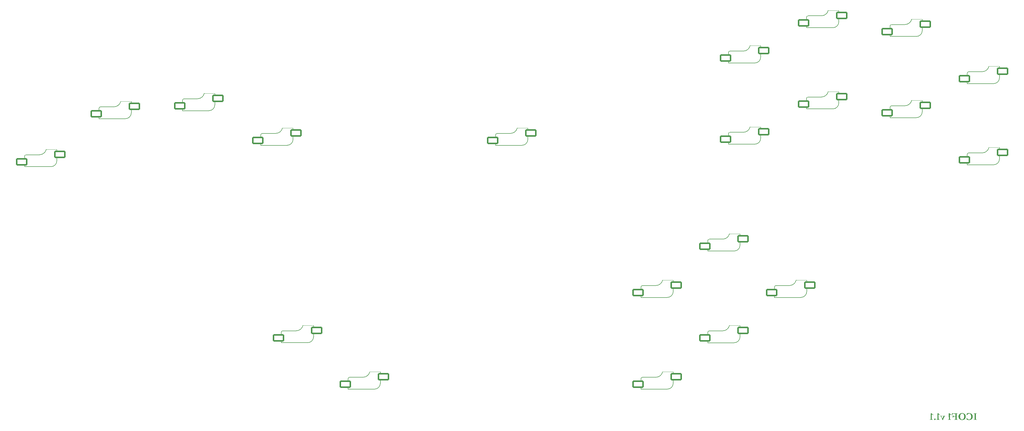
<source format=gbr>
%TF.GenerationSoftware,KiCad,Pcbnew,7.0.2*%
%TF.CreationDate,2023-05-22T04:43:09-05:00*%
%TF.ProjectId,ICOF1,49434f46-312e-46b6-9963-61645f706362,rev?*%
%TF.SameCoordinates,Original*%
%TF.FileFunction,Legend,Bot*%
%TF.FilePolarity,Positive*%
%FSLAX46Y46*%
G04 Gerber Fmt 4.6, Leading zero omitted, Abs format (unit mm)*
G04 Created by KiCad (PCBNEW 7.0.2) date 2023-05-22 04:43:09*
%MOMM*%
%LPD*%
G01*
G04 APERTURE LIST*
G04 Aperture macros list*
%AMRoundRect*
0 Rectangle with rounded corners*
0 $1 Rounding radius*
0 $2 $3 $4 $5 $6 $7 $8 $9 X,Y pos of 4 corners*
0 Add a 4 corners polygon primitive as box body*
4,1,4,$2,$3,$4,$5,$6,$7,$8,$9,$2,$3,0*
0 Add four circle primitives for the rounded corners*
1,1,$1+$1,$2,$3*
1,1,$1+$1,$4,$5*
1,1,$1+$1,$6,$7*
1,1,$1+$1,$8,$9*
0 Add four rect primitives between the rounded corners*
20,1,$1+$1,$2,$3,$4,$5,0*
20,1,$1+$1,$4,$5,$6,$7,0*
20,1,$1+$1,$6,$7,$8,$9,0*
20,1,$1+$1,$8,$9,$2,$3,0*%
G04 Aperture macros list end*
%ADD10C,0.500000*%
%ADD11C,0.150000*%
%ADD12C,0.120000*%
%ADD13C,9.000000*%
%ADD14C,3.000000*%
%ADD15C,8.000000*%
%ADD16C,8.500000*%
%ADD17C,0.990600*%
%ADD18C,0.650000*%
%ADD19O,0.800000X1.400000*%
%ADD20C,1.750000*%
%ADD21C,3.987800*%
%ADD22RoundRect,0.253000X-1.697000X-1.012000X1.697000X-1.012000X1.697000X1.012000X-1.697000X1.012000X0*%
%ADD23C,2.286000*%
G04 APERTURE END LIST*
D10*
G36*
X370988949Y-178625000D02*
G01*
X370988949Y-178531577D01*
X370963225Y-178524194D01*
X370936377Y-178517001D01*
X370912585Y-178510854D01*
X370885659Y-178504064D01*
X370875987Y-178501657D01*
X370848939Y-178494463D01*
X370823666Y-178487231D01*
X370800167Y-178479961D01*
X370773289Y-178470820D01*
X370749183Y-178461619D01*
X370723917Y-178450499D01*
X370709291Y-178443039D01*
X370698708Y-178420470D01*
X370690315Y-178394896D01*
X370684111Y-178366317D01*
X370680614Y-178340205D01*
X370678637Y-178312006D01*
X370678150Y-178287944D01*
X370679982Y-178074842D01*
X370676318Y-177663293D01*
X370678150Y-177565596D01*
X370676745Y-177522298D01*
X370675431Y-177481704D01*
X370674208Y-177443816D01*
X370673075Y-177408632D01*
X370672032Y-177376153D01*
X370671081Y-177346379D01*
X370670219Y-177319309D01*
X370669098Y-177283777D01*
X370668180Y-177254330D01*
X370667274Y-177224534D01*
X370666560Y-177198425D01*
X370666549Y-177197400D01*
X370669602Y-176957431D01*
X370664717Y-176860345D01*
X370673265Y-176654570D01*
X370675097Y-176577023D01*
X370679284Y-176551529D01*
X370684937Y-176526269D01*
X370686699Y-176519016D01*
X370710789Y-176508941D01*
X370739173Y-176500089D01*
X370764971Y-176493888D01*
X370793517Y-176488468D01*
X370824810Y-176483832D01*
X370850084Y-176480868D01*
X370876903Y-176478343D01*
X370905267Y-176476259D01*
X370915066Y-176475662D01*
X370941312Y-176475662D01*
X370966507Y-176475662D01*
X370975516Y-176475662D01*
X370980401Y-176358426D01*
X370489473Y-176358426D01*
X370462711Y-176358426D01*
X370435005Y-176358426D01*
X370408758Y-176358426D01*
X370382616Y-176358426D01*
X370375900Y-176358426D01*
X370348661Y-176358426D01*
X370317625Y-176358426D01*
X370291856Y-176358426D01*
X370263951Y-176358426D01*
X370233910Y-176358426D01*
X370201734Y-176358426D01*
X370167421Y-176358426D01*
X370130972Y-176358426D01*
X370105487Y-176358426D01*
X370079052Y-176358426D01*
X370051667Y-176358426D01*
X370021681Y-176358426D01*
X369994614Y-176358426D01*
X369964885Y-176358426D01*
X369939719Y-176358426D01*
X369912149Y-176358426D01*
X369893520Y-176358426D01*
X369892039Y-176383585D01*
X369891688Y-176399947D01*
X369892604Y-176425135D01*
X369894697Y-176450320D01*
X369895352Y-176456734D01*
X369921706Y-176465349D01*
X369949477Y-176473792D01*
X369973701Y-176480698D01*
X369998909Y-176487483D01*
X370025102Y-176494150D01*
X370052278Y-176500697D01*
X370079171Y-176507024D01*
X370104513Y-176513410D01*
X370128306Y-176519856D01*
X370154810Y-176527670D01*
X370179081Y-176535570D01*
X370197602Y-176542219D01*
X370202144Y-176568322D01*
X370205053Y-176595420D01*
X370206756Y-176621810D01*
X370207729Y-176651119D01*
X370207983Y-176677773D01*
X370207790Y-176705845D01*
X370207210Y-176731898D01*
X370206045Y-176759743D01*
X370204355Y-176784842D01*
X370202487Y-176804169D01*
X370203153Y-176841707D01*
X370203775Y-176878148D01*
X370204355Y-176913492D01*
X370204892Y-176947738D01*
X370205385Y-176980887D01*
X370205836Y-177012939D01*
X370206244Y-177043894D01*
X370206609Y-177073752D01*
X370206931Y-177102513D01*
X370207210Y-177130176D01*
X370207446Y-177156742D01*
X370207639Y-177182211D01*
X370207849Y-177218357D01*
X370207961Y-177252035D01*
X370207983Y-177273115D01*
X370206151Y-177750000D01*
X370211036Y-177991800D01*
X370207983Y-178353279D01*
X370209204Y-178421667D01*
X370206311Y-178446161D01*
X370202487Y-178463189D01*
X370176536Y-178468770D01*
X370151196Y-178473912D01*
X370126467Y-178478616D01*
X370102348Y-178482881D01*
X370073058Y-178487594D01*
X370044722Y-178491622D01*
X370017340Y-178494965D01*
X370011978Y-178495551D01*
X369986986Y-178498652D01*
X369959585Y-178502163D01*
X369933024Y-178505597D01*
X369906953Y-178508984D01*
X369903129Y-178535031D01*
X369900768Y-178559660D01*
X369900237Y-178575540D01*
X369900952Y-178600060D01*
X369902069Y-178620725D01*
X369926988Y-178621514D01*
X369936263Y-178622557D01*
X369960840Y-178623626D01*
X369986828Y-178624656D01*
X369999766Y-178625000D01*
X370024472Y-178625000D01*
X370044340Y-178625000D01*
X370072279Y-178625000D01*
X370100072Y-178625000D01*
X370128618Y-178625000D01*
X370153709Y-178625000D01*
X370181956Y-178625000D01*
X370213358Y-178625000D01*
X370247916Y-178625000D01*
X370272707Y-178625000D01*
X370576789Y-178625000D01*
X370607233Y-178625000D01*
X370634486Y-178625000D01*
X370664316Y-178625000D01*
X370696721Y-178625000D01*
X370722715Y-178625000D01*
X370750158Y-178625000D01*
X370779051Y-178625000D01*
X370809392Y-178625000D01*
X370841182Y-178625000D01*
X370868335Y-178625000D01*
X370893008Y-178625000D01*
X370920360Y-178625000D01*
X370948066Y-178625000D01*
X370973336Y-178625000D01*
X370988949Y-178625000D01*
G37*
G36*
X367634274Y-176395673D02*
G01*
X367626257Y-176418797D01*
X367618190Y-176444767D01*
X367611176Y-176468602D01*
X367603335Y-176496173D01*
X367594668Y-176527478D01*
X367585174Y-176562519D01*
X367578386Y-176587955D01*
X367571230Y-176615050D01*
X367563707Y-176643806D01*
X367555817Y-176674222D01*
X367547560Y-176706298D01*
X367543293Y-176722958D01*
X367536109Y-176753880D01*
X367529822Y-176785278D01*
X367524431Y-176817154D01*
X367520977Y-176841374D01*
X367518027Y-176865862D01*
X367515582Y-176890618D01*
X367513641Y-176915643D01*
X367512204Y-176940936D01*
X367511272Y-176966498D01*
X367510931Y-176983688D01*
X367667247Y-176983688D01*
X367687895Y-176950395D01*
X367708625Y-176918295D01*
X367729435Y-176887388D01*
X367750327Y-176857674D01*
X367771300Y-176829151D01*
X367792354Y-176801822D01*
X367813489Y-176775685D01*
X367834706Y-176750741D01*
X367856003Y-176726989D01*
X367877381Y-176704430D01*
X367898841Y-176683064D01*
X367920381Y-176662890D01*
X367942003Y-176643909D01*
X367963706Y-176626120D01*
X367985490Y-176609524D01*
X368007355Y-176594120D01*
X368029420Y-176579776D01*
X368051805Y-176566357D01*
X368074510Y-176553863D01*
X368097534Y-176542295D01*
X368120878Y-176531652D01*
X368144541Y-176521935D01*
X368168524Y-176513143D01*
X368192827Y-176505277D01*
X368217449Y-176498336D01*
X368242391Y-176492321D01*
X368267652Y-176487231D01*
X368293233Y-176483066D01*
X368319134Y-176479827D01*
X368345354Y-176477513D01*
X368371894Y-176476125D01*
X368398754Y-176475662D01*
X368431629Y-176476502D01*
X368463698Y-176479021D01*
X368494960Y-176483219D01*
X368525417Y-176489096D01*
X368555067Y-176496652D01*
X368583911Y-176505887D01*
X368611949Y-176516802D01*
X368639180Y-176529396D01*
X368665606Y-176543669D01*
X368691225Y-176559621D01*
X368716038Y-176577252D01*
X368740045Y-176596563D01*
X368763246Y-176617552D01*
X368785640Y-176640221D01*
X368807229Y-176664569D01*
X368828011Y-176690596D01*
X368854851Y-176727824D01*
X368879960Y-176766846D01*
X368903337Y-176807661D01*
X368924983Y-176850270D01*
X368944897Y-176894672D01*
X368954204Y-176917546D01*
X368963079Y-176940869D01*
X368971521Y-176964639D01*
X368979529Y-176988859D01*
X368987105Y-177013526D01*
X368994248Y-177038642D01*
X369000959Y-177064207D01*
X369007236Y-177090219D01*
X369013080Y-177116681D01*
X369018491Y-177143590D01*
X369023470Y-177170948D01*
X369028016Y-177198755D01*
X369032128Y-177227010D01*
X369035808Y-177255713D01*
X369039055Y-177284865D01*
X369041869Y-177314465D01*
X369044250Y-177344513D01*
X369046198Y-177375010D01*
X369047713Y-177405956D01*
X369048795Y-177437350D01*
X369049445Y-177469192D01*
X369049661Y-177501482D01*
X369049513Y-177538508D01*
X369049070Y-177574173D01*
X369048330Y-177608479D01*
X369047295Y-177641426D01*
X369045964Y-177673013D01*
X369044337Y-177703240D01*
X369042415Y-177732108D01*
X369040197Y-177759617D01*
X369037683Y-177785765D01*
X369034873Y-177810555D01*
X369030104Y-177845189D01*
X369024669Y-177876765D01*
X369018569Y-177905282D01*
X369011803Y-177930739D01*
X369003966Y-177956394D01*
X368995870Y-177981458D01*
X368987517Y-178005930D01*
X368978907Y-178029810D01*
X368970039Y-178053099D01*
X368960913Y-178075797D01*
X368946742Y-178108734D01*
X368931990Y-178140340D01*
X368916660Y-178170615D01*
X368900749Y-178199559D01*
X368884259Y-178227172D01*
X368867190Y-178253455D01*
X368855488Y-178270237D01*
X368836779Y-178294337D01*
X368816676Y-178317177D01*
X368795181Y-178338758D01*
X368772293Y-178359080D01*
X368748012Y-178378142D01*
X368722337Y-178395946D01*
X368695270Y-178412489D01*
X368666810Y-178427773D01*
X368638240Y-178442068D01*
X368609316Y-178454957D01*
X368580037Y-178466440D01*
X368550404Y-178476517D01*
X368520417Y-178485188D01*
X368490075Y-178492452D01*
X368459380Y-178498311D01*
X368428330Y-178502764D01*
X368396926Y-178505810D01*
X368365168Y-178507450D01*
X368343799Y-178507763D01*
X368308535Y-178506679D01*
X368273496Y-178503427D01*
X368238682Y-178498006D01*
X368204094Y-178490418D01*
X368169731Y-178480661D01*
X368135594Y-178468737D01*
X368101682Y-178454644D01*
X368079199Y-178444044D01*
X368056817Y-178432481D01*
X368034534Y-178419954D01*
X368012352Y-178406463D01*
X367990270Y-178392009D01*
X367979267Y-178384420D01*
X367957268Y-178368449D01*
X367935389Y-178351524D01*
X367913629Y-178333644D01*
X367891988Y-178314811D01*
X367870467Y-178295024D01*
X367849064Y-178274282D01*
X367827781Y-178252586D01*
X367806618Y-178229937D01*
X367785573Y-178206333D01*
X367764648Y-178181775D01*
X367743842Y-178156263D01*
X367723155Y-178129797D01*
X367702588Y-178102377D01*
X367682140Y-178074003D01*
X367661811Y-178044675D01*
X367641601Y-178014392D01*
X367616392Y-178009970D01*
X367588392Y-178006321D01*
X367562928Y-178003870D01*
X367535525Y-178001956D01*
X367506184Y-178000579D01*
X367481316Y-177999863D01*
X367474905Y-177999738D01*
X367477746Y-178025598D01*
X367481231Y-178051887D01*
X367485360Y-178078606D01*
X367490132Y-178105754D01*
X367495549Y-178133332D01*
X367497498Y-178142620D01*
X367501772Y-178167693D01*
X367506304Y-178194255D01*
X367510960Y-178221537D01*
X367516532Y-178254180D01*
X367521311Y-178282182D01*
X367526607Y-178313199D01*
X367532417Y-178347233D01*
X367536577Y-178371598D01*
X367552452Y-178425942D01*
X367576266Y-178510816D01*
X367596704Y-178524898D01*
X367618634Y-178538293D01*
X367642056Y-178551002D01*
X367666970Y-178563023D01*
X367693376Y-178574357D01*
X367721273Y-178585005D01*
X367750663Y-178594965D01*
X367781545Y-178604239D01*
X367813918Y-178612826D01*
X367847784Y-178620725D01*
X367871189Y-178625610D01*
X367895191Y-178630268D01*
X367919876Y-178634626D01*
X367945242Y-178638683D01*
X367971291Y-178642440D01*
X367998021Y-178645896D01*
X368025434Y-178649052D01*
X368053529Y-178651907D01*
X368082307Y-178654461D01*
X368111766Y-178656715D01*
X368141908Y-178658669D01*
X368172731Y-178660322D01*
X368204237Y-178661674D01*
X368236425Y-178662726D01*
X368269296Y-178663477D01*
X368302848Y-178663928D01*
X368337083Y-178664078D01*
X368363401Y-178663921D01*
X368389538Y-178663449D01*
X368415493Y-178662662D01*
X368441267Y-178661560D01*
X368466860Y-178660143D01*
X368492272Y-178658411D01*
X368517503Y-178656365D01*
X368542552Y-178654003D01*
X368567420Y-178651327D01*
X368592106Y-178648336D01*
X368616612Y-178645030D01*
X368640936Y-178641410D01*
X368665079Y-178637474D01*
X368700953Y-178630980D01*
X368736420Y-178623778D01*
X368771101Y-178615814D01*
X368804848Y-178607034D01*
X368837662Y-178597439D01*
X368869541Y-178587027D01*
X368900487Y-178575800D01*
X368930500Y-178563758D01*
X368959578Y-178550899D01*
X368987723Y-178537225D01*
X369014933Y-178522735D01*
X369041210Y-178507429D01*
X369058210Y-178496772D01*
X369082307Y-178480968D01*
X369105751Y-178465001D01*
X369128541Y-178448873D01*
X369150678Y-178432582D01*
X369172162Y-178416129D01*
X369192992Y-178399514D01*
X369213168Y-178382736D01*
X369232691Y-178365797D01*
X369251560Y-178348695D01*
X369269775Y-178331431D01*
X369287337Y-178314005D01*
X369312455Y-178287562D01*
X369336103Y-178260753D01*
X369358279Y-178233580D01*
X369365345Y-178224441D01*
X369385792Y-178196624D01*
X369405230Y-178168356D01*
X369423659Y-178139637D01*
X369441079Y-178110468D01*
X369457491Y-178080847D01*
X369472893Y-178050776D01*
X369487286Y-178020254D01*
X369500671Y-177989281D01*
X369513046Y-177957858D01*
X369524413Y-177925983D01*
X369531430Y-177904483D01*
X369541033Y-177871712D01*
X369549691Y-177838201D01*
X369557405Y-177803949D01*
X369564174Y-177768957D01*
X369569998Y-177733224D01*
X369573357Y-177708990D01*
X369576295Y-177684428D01*
X369578814Y-177659536D01*
X369580913Y-177634315D01*
X369582592Y-177608765D01*
X369583852Y-177582886D01*
X369584691Y-177556677D01*
X369585111Y-177530140D01*
X369585163Y-177516748D01*
X369584834Y-177484410D01*
X369583847Y-177452429D01*
X369582201Y-177420802D01*
X369579897Y-177389531D01*
X369576935Y-177358616D01*
X369573314Y-177328056D01*
X369569035Y-177297851D01*
X369564098Y-177268002D01*
X369558502Y-177238508D01*
X369552248Y-177209369D01*
X369545336Y-177180586D01*
X369537765Y-177152158D01*
X369529536Y-177124085D01*
X369520649Y-177096368D01*
X369511104Y-177069007D01*
X369500900Y-177042001D01*
X369490038Y-177015350D01*
X369478517Y-176989054D01*
X369466338Y-176963114D01*
X369453501Y-176937529D01*
X369440006Y-176912300D01*
X369425852Y-176887426D01*
X369411040Y-176862908D01*
X369395570Y-176838745D01*
X369379441Y-176814937D01*
X369362654Y-176791485D01*
X369345209Y-176768388D01*
X369327106Y-176745646D01*
X369308344Y-176723260D01*
X369288924Y-176701229D01*
X369268845Y-176679554D01*
X369248108Y-176658234D01*
X369226822Y-176637384D01*
X369205173Y-176617197D01*
X369183159Y-176597671D01*
X369160782Y-176578807D01*
X369138041Y-176560605D01*
X369114936Y-176543065D01*
X369091468Y-176526187D01*
X369067636Y-176509971D01*
X369043440Y-176494417D01*
X369018880Y-176479524D01*
X368993957Y-176465293D01*
X368968670Y-176451725D01*
X368943019Y-176438818D01*
X368917004Y-176426573D01*
X368890626Y-176414990D01*
X368863884Y-176404069D01*
X368836778Y-176393809D01*
X368809308Y-176384212D01*
X368781475Y-176375277D01*
X368753278Y-176367003D01*
X368724717Y-176359391D01*
X368695793Y-176352441D01*
X368666504Y-176346154D01*
X368636852Y-176340527D01*
X368606837Y-176335563D01*
X368576457Y-176331261D01*
X368545714Y-176327621D01*
X368514607Y-176324642D01*
X368483136Y-176322326D01*
X368451302Y-176320671D01*
X368419104Y-176319678D01*
X368386542Y-176319347D01*
X368360002Y-176319421D01*
X368333657Y-176319643D01*
X368307509Y-176320012D01*
X368281555Y-176320530D01*
X368255798Y-176321196D01*
X368230236Y-176322009D01*
X368204869Y-176322970D01*
X368179699Y-176324079D01*
X368154723Y-176325336D01*
X368129944Y-176326741D01*
X368105360Y-176328294D01*
X368080971Y-176329994D01*
X368044755Y-176332823D01*
X368008979Y-176335984D01*
X367985373Y-176338276D01*
X367950330Y-176341997D01*
X367915728Y-176346061D01*
X367881565Y-176350469D01*
X367847843Y-176355220D01*
X367814561Y-176360315D01*
X367781719Y-176365753D01*
X367749317Y-176371535D01*
X367717354Y-176377660D01*
X367685832Y-176384129D01*
X367654751Y-176390941D01*
X367634274Y-176395673D01*
G37*
G36*
X365999907Y-176319391D02*
G01*
X366025782Y-176319739D01*
X366051351Y-176320435D01*
X366076615Y-176321480D01*
X366101574Y-176322873D01*
X366126227Y-176324614D01*
X366162634Y-176327879D01*
X366198355Y-176331927D01*
X366233388Y-176336759D01*
X366267735Y-176342374D01*
X366301395Y-176348773D01*
X366334368Y-176355955D01*
X366366653Y-176363921D01*
X366387846Y-176369720D01*
X366419536Y-176379267D01*
X366451108Y-176389834D01*
X366482562Y-176401421D01*
X366513898Y-176414027D01*
X366545116Y-176427653D01*
X366576216Y-176442298D01*
X366607197Y-176457964D01*
X366638061Y-176474649D01*
X366668807Y-176492353D01*
X366699434Y-176511078D01*
X366719601Y-176524013D01*
X366749055Y-176543835D01*
X366777554Y-176564162D01*
X366805097Y-176584994D01*
X366831686Y-176606330D01*
X366857319Y-176628171D01*
X366881996Y-176650516D01*
X366905719Y-176673365D01*
X366928486Y-176696719D01*
X366950298Y-176720577D01*
X366971154Y-176744940D01*
X366984476Y-176761453D01*
X367003751Y-176786606D01*
X367022178Y-176812221D01*
X367039758Y-176838298D01*
X367056489Y-176864836D01*
X367072373Y-176891836D01*
X367087408Y-176919297D01*
X367101596Y-176947220D01*
X367114936Y-176975604D01*
X367127428Y-177004450D01*
X367139071Y-177033757D01*
X367149053Y-177061149D01*
X367158391Y-177088521D01*
X367167085Y-177115874D01*
X367175135Y-177143209D01*
X367182541Y-177170524D01*
X367189303Y-177197820D01*
X367195421Y-177225097D01*
X367200895Y-177252355D01*
X367205725Y-177279594D01*
X367209911Y-177306813D01*
X367213453Y-177334014D01*
X367216351Y-177361195D01*
X367218605Y-177388358D01*
X367220215Y-177415501D01*
X367221181Y-177442626D01*
X367221503Y-177469731D01*
X367221363Y-177492142D01*
X367220624Y-177525079D01*
X367219252Y-177557200D01*
X367217246Y-177588506D01*
X367214608Y-177618996D01*
X367211336Y-177648670D01*
X367207431Y-177677528D01*
X367202892Y-177705571D01*
X367197721Y-177732798D01*
X367191916Y-177759209D01*
X367185478Y-177784804D01*
X367182055Y-177797806D01*
X367175281Y-177823051D01*
X367168602Y-177847284D01*
X367158763Y-177881738D01*
X367149139Y-177913917D01*
X367139730Y-177943820D01*
X367130535Y-177971447D01*
X367121555Y-177996799D01*
X367109915Y-178027062D01*
X367098657Y-178053280D01*
X367087780Y-178075453D01*
X367077727Y-178093347D01*
X367062155Y-178119740D01*
X367045992Y-178145597D01*
X367029239Y-178170917D01*
X367011896Y-178195700D01*
X366993962Y-178219946D01*
X366975438Y-178243656D01*
X366956324Y-178266830D01*
X366936619Y-178289466D01*
X366916324Y-178311566D01*
X366895439Y-178333129D01*
X366880954Y-178347307D01*
X366858144Y-178368502D01*
X366834035Y-178389610D01*
X366808627Y-178410633D01*
X366781921Y-178431571D01*
X366753916Y-178452422D01*
X366724612Y-178473187D01*
X366704355Y-178486983D01*
X366683520Y-178500741D01*
X366662109Y-178514461D01*
X366640119Y-178528142D01*
X366617553Y-178541785D01*
X366594410Y-178555390D01*
X366573599Y-178563488D01*
X366550293Y-178571724D01*
X366524674Y-178580522D01*
X366500121Y-178588828D01*
X366471961Y-178598259D01*
X366448475Y-178606071D01*
X366439375Y-178609155D01*
X366415813Y-178616468D01*
X366391087Y-178623215D01*
X366365199Y-178629396D01*
X366338148Y-178635010D01*
X366309934Y-178640058D01*
X366280558Y-178644539D01*
X366272601Y-178645741D01*
X366240406Y-178650168D01*
X366215872Y-178653087D01*
X366191004Y-178655663D01*
X366165804Y-178657896D01*
X366140271Y-178659785D01*
X366114406Y-178661331D01*
X366088208Y-178662533D01*
X366061677Y-178663391D01*
X366034813Y-178663907D01*
X366007616Y-178664078D01*
X365971042Y-178663733D01*
X365934973Y-178662697D01*
X365899410Y-178660971D01*
X365864353Y-178658554D01*
X365829801Y-178655447D01*
X365795755Y-178651649D01*
X365762214Y-178647161D01*
X365729180Y-178641982D01*
X365696650Y-178636113D01*
X365664627Y-178629553D01*
X365633109Y-178622302D01*
X365602097Y-178614362D01*
X365571590Y-178605730D01*
X365541590Y-178596408D01*
X365512094Y-178586396D01*
X365483105Y-178575693D01*
X365454621Y-178564300D01*
X365426643Y-178552216D01*
X365399170Y-178539441D01*
X365372203Y-178525976D01*
X365345742Y-178511821D01*
X365319787Y-178496975D01*
X365294337Y-178481438D01*
X365269392Y-178465211D01*
X365244954Y-178448294D01*
X365221021Y-178430686D01*
X365197594Y-178412387D01*
X365174672Y-178393398D01*
X365152256Y-178373719D01*
X365130346Y-178353349D01*
X365108941Y-178332288D01*
X365088042Y-178310537D01*
X365067681Y-178288265D01*
X365047966Y-178265717D01*
X365028898Y-178242894D01*
X365010476Y-178219795D01*
X364992700Y-178196421D01*
X364975571Y-178172771D01*
X364959088Y-178148846D01*
X364943252Y-178124645D01*
X364928062Y-178100169D01*
X364913518Y-178075417D01*
X364899621Y-178050390D01*
X364886370Y-178025088D01*
X364873765Y-177999509D01*
X364861807Y-177973656D01*
X364850496Y-177947527D01*
X364839830Y-177921122D01*
X364829811Y-177894442D01*
X364820439Y-177867487D01*
X364811713Y-177840255D01*
X364803633Y-177812749D01*
X364796199Y-177784967D01*
X364789412Y-177756909D01*
X364783272Y-177728576D01*
X364777777Y-177699968D01*
X364772929Y-177671084D01*
X364768728Y-177641924D01*
X364765173Y-177612489D01*
X364762264Y-177582779D01*
X364760461Y-177558879D01*
X365313356Y-177558879D01*
X365313733Y-177601197D01*
X365314864Y-177642514D01*
X365316748Y-177682828D01*
X365319386Y-177722141D01*
X365322778Y-177760451D01*
X365326923Y-177797760D01*
X365331822Y-177834068D01*
X365337475Y-177869373D01*
X365343882Y-177903677D01*
X365351042Y-177936979D01*
X365358956Y-177969279D01*
X365367624Y-178000577D01*
X365377045Y-178030874D01*
X365387220Y-178060169D01*
X365398149Y-178088462D01*
X365409832Y-178115753D01*
X365415885Y-178128989D01*
X365428360Y-178154729D01*
X365441325Y-178179497D01*
X365454783Y-178203292D01*
X365468731Y-178226113D01*
X365483171Y-178247962D01*
X365498102Y-178268837D01*
X365513525Y-178288739D01*
X365529439Y-178307667D01*
X365554231Y-178334236D01*
X365580129Y-178358615D01*
X365607132Y-178380804D01*
X365635241Y-178400804D01*
X365664455Y-178418614D01*
X365684405Y-178429410D01*
X365714723Y-178444297D01*
X365745513Y-178457617D01*
X365776776Y-178469370D01*
X365808511Y-178479556D01*
X365840718Y-178488175D01*
X365873397Y-178495226D01*
X365906549Y-178500711D01*
X365940173Y-178504629D01*
X365974269Y-178506979D01*
X366008838Y-178507763D01*
X366033271Y-178507171D01*
X366057724Y-178505397D01*
X366082196Y-178502439D01*
X366106687Y-178498299D01*
X366131198Y-178492975D01*
X366155727Y-178486468D01*
X366180275Y-178478778D01*
X366204842Y-178469905D01*
X366210903Y-178467531D01*
X366234240Y-178457866D01*
X366261371Y-178445409D01*
X366286237Y-178432535D01*
X366308837Y-178419244D01*
X366332965Y-178402743D01*
X366353831Y-178385642D01*
X366360117Y-178380144D01*
X366378398Y-178363621D01*
X366401420Y-178341525D01*
X366422896Y-178319352D01*
X366442827Y-178297103D01*
X366461212Y-178274778D01*
X366478051Y-178252377D01*
X366493345Y-178229899D01*
X366507093Y-178207344D01*
X366513198Y-178195881D01*
X366525068Y-178170097D01*
X366536087Y-178143459D01*
X366545241Y-178119975D01*
X366555157Y-178093485D01*
X366565835Y-178063990D01*
X366577275Y-178031489D01*
X366585325Y-178008153D01*
X366593713Y-177983480D01*
X366602441Y-177957472D01*
X366611507Y-177930129D01*
X366619099Y-177904991D01*
X366625130Y-177880272D01*
X366630894Y-177852124D01*
X366635311Y-177827136D01*
X366639557Y-177799955D01*
X366643630Y-177770579D01*
X366647533Y-177739009D01*
X366650534Y-177718030D01*
X366654112Y-177693128D01*
X366657913Y-177666957D01*
X366662063Y-177639222D01*
X366664866Y-177611518D01*
X366666679Y-177586350D01*
X366668110Y-177558510D01*
X366669159Y-177527998D01*
X366669696Y-177503362D01*
X366670018Y-177477223D01*
X366670125Y-177449581D01*
X366670085Y-177434084D01*
X366669766Y-177403529D01*
X366669126Y-177373562D01*
X366668167Y-177344181D01*
X366666889Y-177315387D01*
X366665291Y-177287180D01*
X366663373Y-177259560D01*
X366661136Y-177232526D01*
X366658579Y-177206079D01*
X366655702Y-177180219D01*
X366652506Y-177154946D01*
X366648991Y-177130259D01*
X366643118Y-177094329D01*
X366636526Y-177059719D01*
X366629214Y-177026430D01*
X366623805Y-177004711D01*
X366614868Y-176972543D01*
X366604943Y-176940869D01*
X366594031Y-176909688D01*
X366582131Y-176879002D01*
X366569244Y-176848809D01*
X366555369Y-176819110D01*
X366540507Y-176789904D01*
X366524658Y-176761193D01*
X366507820Y-176732975D01*
X366489996Y-176705251D01*
X366486278Y-176699846D01*
X366470306Y-176678528D01*
X366452580Y-176657686D01*
X366433097Y-176637321D01*
X366411860Y-176617434D01*
X366388867Y-176598023D01*
X366364118Y-176579089D01*
X366337614Y-176560633D01*
X366316584Y-176547103D01*
X366302024Y-176538452D01*
X366279685Y-176526522D01*
X366256744Y-176515848D01*
X366233202Y-176506430D01*
X366209059Y-176498267D01*
X366184316Y-176491360D01*
X366158971Y-176485709D01*
X366133025Y-176481314D01*
X366106477Y-176478174D01*
X366079329Y-176476290D01*
X366051580Y-176475662D01*
X366018049Y-176476256D01*
X365985234Y-176478038D01*
X365953134Y-176481008D01*
X365921750Y-176485165D01*
X365891081Y-176490510D01*
X365861128Y-176497043D01*
X365831890Y-176504764D01*
X365803368Y-176513673D01*
X365775562Y-176523769D01*
X365748471Y-176535054D01*
X365722096Y-176547526D01*
X365696436Y-176561186D01*
X365671491Y-176576033D01*
X365647263Y-176592069D01*
X365623750Y-176609292D01*
X365600952Y-176627704D01*
X365578965Y-176647245D01*
X365557885Y-176667861D01*
X365537711Y-176689549D01*
X365518444Y-176712311D01*
X365500083Y-176736146D01*
X365482628Y-176761054D01*
X365466079Y-176787036D01*
X365450437Y-176814091D01*
X365435702Y-176842220D01*
X365421872Y-176871422D01*
X365408950Y-176901697D01*
X365396933Y-176933045D01*
X365385823Y-176965467D01*
X365375619Y-176998962D01*
X365366321Y-177033531D01*
X365357930Y-177069173D01*
X365352938Y-177092685D01*
X365347550Y-177116647D01*
X365340833Y-177141835D01*
X365332285Y-177175418D01*
X365329993Y-177205252D01*
X365327848Y-177234304D01*
X365325852Y-177262573D01*
X365324004Y-177290060D01*
X365322303Y-177316764D01*
X365320750Y-177342686D01*
X365319345Y-177367826D01*
X365317515Y-177404069D01*
X365316018Y-177438552D01*
X365314853Y-177471274D01*
X365314022Y-177502236D01*
X365313522Y-177531438D01*
X365313356Y-177558879D01*
X364760461Y-177558879D01*
X364760002Y-177552793D01*
X364758386Y-177522532D01*
X364757416Y-177491995D01*
X364757093Y-177461182D01*
X364757859Y-177419702D01*
X364760156Y-177378455D01*
X364763984Y-177337441D01*
X364769343Y-177296662D01*
X364776234Y-177256116D01*
X364784656Y-177215804D01*
X364794610Y-177175726D01*
X364806094Y-177135881D01*
X364819110Y-177096271D01*
X364833657Y-177056894D01*
X364849736Y-177017750D01*
X364867346Y-176978841D01*
X364886487Y-176940165D01*
X364907159Y-176901723D01*
X364929363Y-176863515D01*
X364953098Y-176825540D01*
X364972389Y-176796763D01*
X364992558Y-176768744D01*
X365013605Y-176741484D01*
X365035530Y-176714982D01*
X365058332Y-176689239D01*
X365082012Y-176664254D01*
X365106570Y-176640028D01*
X365132006Y-176616560D01*
X365158319Y-176593851D01*
X365185510Y-176571900D01*
X365213579Y-176550707D01*
X365242526Y-176530274D01*
X365272350Y-176510598D01*
X365303052Y-176491681D01*
X365334632Y-176473523D01*
X365367090Y-176456123D01*
X365400279Y-176439560D01*
X365434209Y-176424066D01*
X365468877Y-176409641D01*
X365504285Y-176396284D01*
X365540433Y-176383995D01*
X365577320Y-176372775D01*
X365614946Y-176362624D01*
X365653312Y-176353541D01*
X365692417Y-176345527D01*
X365732261Y-176338581D01*
X365772845Y-176332704D01*
X365814168Y-176327896D01*
X365856231Y-176324156D01*
X365899033Y-176321484D01*
X365942575Y-176319881D01*
X365986856Y-176319347D01*
X365999907Y-176319391D01*
G37*
G36*
X364503080Y-178625000D02*
G01*
X364500027Y-178515090D01*
X364474820Y-178510148D01*
X364449805Y-178505168D01*
X364424596Y-178500109D01*
X364395909Y-178494320D01*
X364374853Y-178490055D01*
X364347376Y-178484388D01*
X364319898Y-178478451D01*
X364292421Y-178472247D01*
X364264944Y-178465774D01*
X364237466Y-178459033D01*
X364209989Y-178452024D01*
X364198998Y-178449145D01*
X364166636Y-178427773D01*
X364160826Y-178401083D01*
X364156217Y-178374135D01*
X364152811Y-178346930D01*
X364150607Y-178319467D01*
X364149606Y-178291746D01*
X364149539Y-178282449D01*
X364149539Y-178272069D01*
X364156256Y-177861741D01*
X364154424Y-177690160D01*
X364161751Y-177436147D01*
X364158087Y-177134508D01*
X364178848Y-176540387D01*
X364202402Y-176528757D01*
X364228248Y-176521058D01*
X364255985Y-176514675D01*
X364282231Y-176509589D01*
X364312084Y-176504523D01*
X364336841Y-176500736D01*
X364345544Y-176499476D01*
X364369956Y-176494527D01*
X364393865Y-176488936D01*
X364417979Y-176482854D01*
X364445073Y-176475662D01*
X364485983Y-176451238D01*
X364485983Y-176358426D01*
X364259448Y-176358426D01*
X364232894Y-176358426D01*
X364204827Y-176358426D01*
X364175249Y-176358426D01*
X364144158Y-176358426D01*
X364111555Y-176358426D01*
X364077440Y-176358426D01*
X364041812Y-176358426D01*
X364004672Y-176358426D01*
X363966020Y-176358426D01*
X363925856Y-176358426D01*
X363884180Y-176358426D01*
X363840992Y-176358426D01*
X363796291Y-176358426D01*
X363750078Y-176358426D01*
X363702353Y-176358426D01*
X363677923Y-176358426D01*
X363653115Y-176358426D01*
X363627937Y-176358426D01*
X363602626Y-176358426D01*
X363577181Y-176358426D01*
X363551602Y-176358426D01*
X363525890Y-176358426D01*
X363500044Y-176358426D01*
X363474064Y-176358426D01*
X363447951Y-176358426D01*
X363421705Y-176358426D01*
X363395325Y-176358426D01*
X363368811Y-176358426D01*
X363342164Y-176358426D01*
X363315383Y-176358426D01*
X363288468Y-176358426D01*
X363261420Y-176358426D01*
X363234239Y-176358426D01*
X363201266Y-176358426D01*
X363117613Y-176358426D01*
X363082808Y-176358426D01*
X363010757Y-176358426D01*
X362703621Y-176358426D01*
X362677944Y-176358426D01*
X362653425Y-176358426D01*
X362649277Y-176358426D01*
X362624691Y-176358426D01*
X362599412Y-176358426D01*
X362586385Y-176358426D01*
X362581881Y-176383804D01*
X362578142Y-176409259D01*
X362575165Y-176434790D01*
X362572951Y-176460397D01*
X362547306Y-176779134D01*
X362548127Y-176806053D01*
X362550965Y-176831432D01*
X362557048Y-176855589D01*
X362557686Y-176857292D01*
X362583119Y-176860861D01*
X362608392Y-176863866D01*
X362634295Y-176866013D01*
X362648667Y-176866451D01*
X362674232Y-176863730D01*
X362698221Y-176853829D01*
X362703621Y-176849965D01*
X362716327Y-176828777D01*
X362726841Y-176806280D01*
X362737982Y-176780397D01*
X362743311Y-176767533D01*
X362756633Y-176734173D01*
X362769579Y-176703476D01*
X362782149Y-176675441D01*
X362794344Y-176650067D01*
X362806163Y-176627355D01*
X362821338Y-176601214D01*
X362835845Y-176579804D01*
X362853039Y-176559697D01*
X362866043Y-176548935D01*
X362891402Y-176537315D01*
X362915368Y-176530903D01*
X362944983Y-176525560D01*
X362970900Y-176522255D01*
X362999995Y-176519550D01*
X363032266Y-176517446D01*
X363067715Y-176515943D01*
X363093112Y-176515276D01*
X363119922Y-176514875D01*
X363148143Y-176514741D01*
X363385059Y-176522069D01*
X363412889Y-176522541D01*
X363439591Y-176523271D01*
X363465167Y-176524258D01*
X363489616Y-176525503D01*
X363520461Y-176527564D01*
X363549303Y-176530083D01*
X363576141Y-176533060D01*
X363600975Y-176536494D01*
X363623806Y-176540387D01*
X363648743Y-176547381D01*
X363672156Y-176556054D01*
X363678761Y-176558705D01*
X363689682Y-176583944D01*
X363696389Y-176609542D01*
X363699941Y-176634382D01*
X363701331Y-176661501D01*
X363701353Y-176665561D01*
X363695858Y-176881716D01*
X363701353Y-177128401D01*
X363701246Y-177162610D01*
X363700924Y-177194254D01*
X363700387Y-177223332D01*
X363699636Y-177249845D01*
X363698300Y-177281206D01*
X363696583Y-177308006D01*
X363693900Y-177335093D01*
X363689141Y-177361043D01*
X363666859Y-177371878D01*
X363663496Y-177372644D01*
X363541374Y-177374476D01*
X363335600Y-177374476D01*
X363307149Y-177373875D01*
X363279505Y-177372456D01*
X363254813Y-177370719D01*
X363227832Y-177368449D01*
X363198561Y-177365644D01*
X363167001Y-177362305D01*
X363141827Y-177359449D01*
X363124330Y-177357379D01*
X363095472Y-177353664D01*
X363070341Y-177349770D01*
X363045103Y-177344862D01*
X363019801Y-177337916D01*
X363004040Y-177330512D01*
X362982568Y-177314289D01*
X362964863Y-177295844D01*
X362950926Y-177275177D01*
X362944811Y-177262735D01*
X362937264Y-177239139D01*
X362931540Y-177209844D01*
X362927294Y-177179037D01*
X362924241Y-177150204D01*
X362921494Y-177117651D01*
X362919633Y-177090795D01*
X362917944Y-177061845D01*
X362892337Y-177061845D01*
X362871538Y-177061845D01*
X362846857Y-177061845D01*
X362839176Y-177061845D01*
X362813112Y-177062248D01*
X362786493Y-177062963D01*
X362763461Y-177063677D01*
X362773841Y-177339672D01*
X362774488Y-177366553D01*
X362775284Y-177392241D01*
X362776229Y-177416737D01*
X362777560Y-177444558D01*
X362779106Y-177470661D01*
X362780558Y-177491102D01*
X362777505Y-177528960D01*
X362776619Y-177556308D01*
X362776253Y-177586529D01*
X362776024Y-177618433D01*
X362775889Y-177646869D01*
X362775787Y-177679169D01*
X362775718Y-177715333D01*
X362775689Y-177741589D01*
X362775675Y-177769563D01*
X362775673Y-177784193D01*
X362776319Y-177810150D01*
X362777505Y-177836095D01*
X362801582Y-177840839D01*
X362826377Y-177843394D01*
X362828796Y-177843422D01*
X362854747Y-177840493D01*
X362880316Y-177836032D01*
X362895963Y-177833042D01*
X362905861Y-177809131D01*
X362914295Y-177785794D01*
X362922050Y-177762306D01*
X362930157Y-177735956D01*
X362937657Y-177710763D01*
X362947842Y-177680361D01*
X362958237Y-177653604D01*
X362968841Y-177630492D01*
X362982392Y-177606726D01*
X362999086Y-177585725D01*
X363016252Y-177572923D01*
X363042384Y-177563049D01*
X363069234Y-177556507D01*
X363102298Y-177550705D01*
X363127793Y-177547249D01*
X363156050Y-177544122D01*
X363187069Y-177541325D01*
X363220851Y-177538856D01*
X363257394Y-177536716D01*
X363296700Y-177534906D01*
X363338767Y-177533425D01*
X363383597Y-177532273D01*
X363431188Y-177531450D01*
X363456020Y-177531162D01*
X363481542Y-177530956D01*
X363507754Y-177530833D01*
X363534658Y-177530792D01*
X363559201Y-177531221D01*
X363585204Y-177532509D01*
X363612667Y-177534656D01*
X363641590Y-177537661D01*
X363666807Y-177540821D01*
X363682424Y-177543004D01*
X363685943Y-177567231D01*
X363688864Y-177592592D01*
X363691190Y-177619085D01*
X363692919Y-177646711D01*
X363694052Y-177675471D01*
X363694589Y-177705363D01*
X363694637Y-177717637D01*
X363686088Y-178257414D01*
X363685503Y-178284340D01*
X363684435Y-178309249D01*
X363682260Y-178339321D01*
X363679226Y-178365806D01*
X363674226Y-178393868D01*
X363666455Y-178420143D01*
X363654947Y-178440596D01*
X363634232Y-178453572D01*
X363609158Y-178462654D01*
X363580736Y-178470440D01*
X363552165Y-178476927D01*
X363526109Y-178482117D01*
X363491915Y-178485170D01*
X363463708Y-178487639D01*
X363436789Y-178490924D01*
X363411158Y-178495024D01*
X363386814Y-178499940D01*
X363360042Y-178506706D01*
X363356360Y-178507763D01*
X363309954Y-178516311D01*
X363305489Y-178541012D01*
X363302806Y-178565368D01*
X363302627Y-178571877D01*
X363304178Y-178597209D01*
X363307784Y-178622988D01*
X363308122Y-178625000D01*
X363340484Y-178623778D01*
X363394218Y-178625000D01*
X363637850Y-178625000D01*
X363663839Y-178625000D01*
X363692996Y-178625000D01*
X363721074Y-178625000D01*
X363754476Y-178625000D01*
X363779702Y-178625000D01*
X363807294Y-178625000D01*
X363837252Y-178625000D01*
X363869576Y-178625000D01*
X363904266Y-178625000D01*
X363941322Y-178625000D01*
X363980744Y-178625000D01*
X364022533Y-178625000D01*
X364051724Y-178625000D01*
X364080528Y-178625000D01*
X364108945Y-178625000D01*
X364136974Y-178625000D01*
X364164615Y-178625000D01*
X364191869Y-178625000D01*
X364202662Y-178625000D01*
X364234623Y-178625429D01*
X364262730Y-178625801D01*
X364292444Y-178626186D01*
X364320150Y-178626529D01*
X364345448Y-178626803D01*
X364350429Y-178626831D01*
X364377257Y-178626803D01*
X364401872Y-178626717D01*
X364429529Y-178626529D01*
X364458151Y-178626186D01*
X364485249Y-178625622D01*
X364503080Y-178625000D01*
G37*
G36*
X361748632Y-176358426D02*
G01*
X361722101Y-176358426D01*
X361694548Y-176358426D01*
X361669036Y-176358426D01*
X361638663Y-176358426D01*
X361632006Y-176358426D01*
X361577051Y-176358426D01*
X361468974Y-176358426D01*
X361465768Y-176384339D01*
X361463256Y-176409020D01*
X361461711Y-176434565D01*
X361461646Y-176439637D01*
X361462362Y-176464633D01*
X361463366Y-176490582D01*
X361463478Y-176493370D01*
X361464563Y-176521611D01*
X361465157Y-176551378D01*
X361465529Y-176576565D01*
X361465882Y-176606027D01*
X361466135Y-176630928D01*
X361466376Y-176658234D01*
X361466531Y-176677773D01*
X361470195Y-176939113D01*
X361468974Y-177103367D01*
X361480575Y-178269626D01*
X361480575Y-178367934D01*
X361478692Y-178394810D01*
X361472180Y-178419234D01*
X361458227Y-178440987D01*
X361456762Y-178442428D01*
X361433685Y-178455570D01*
X361408236Y-178464060D01*
X361380329Y-178470872D01*
X361352777Y-178476221D01*
X361327923Y-178480286D01*
X361302049Y-178483835D01*
X361275931Y-178487949D01*
X361249772Y-178492329D01*
X361219617Y-178497573D01*
X361192617Y-178502391D01*
X361163060Y-178507763D01*
X361159686Y-178531956D01*
X361159396Y-178540736D01*
X361160097Y-178566481D01*
X361161289Y-178592166D01*
X361162616Y-178617085D01*
X361163060Y-178625000D01*
X361236943Y-178625000D01*
X361262274Y-178625000D01*
X361290944Y-178625000D01*
X361316284Y-178625000D01*
X361343761Y-178625000D01*
X361373376Y-178625000D01*
X361405127Y-178625000D01*
X361430343Y-178625000D01*
X361456762Y-178625000D01*
X361482721Y-178625000D01*
X361510370Y-178625000D01*
X361537798Y-178625000D01*
X361562776Y-178625000D01*
X361577051Y-178625000D01*
X361605556Y-178625000D01*
X361631368Y-178625000D01*
X361664107Y-178625000D01*
X361693207Y-178625000D01*
X361726203Y-178625000D01*
X361763095Y-178625000D01*
X361789855Y-178625000D01*
X361818346Y-178625000D01*
X361848569Y-178625000D01*
X361880523Y-178625000D01*
X361905719Y-178625000D01*
X361928761Y-178625000D01*
X361959902Y-178625000D01*
X362009361Y-178625000D01*
X362055767Y-178625000D01*
X362141863Y-178625000D01*
X362167966Y-178625000D01*
X362193428Y-178625000D01*
X362212083Y-178625000D01*
X362214168Y-178600645D01*
X362215571Y-178575701D01*
X362215746Y-178565771D01*
X362214712Y-178539668D01*
X362212737Y-178514809D01*
X362212083Y-178507763D01*
X362185643Y-178500665D01*
X362157614Y-178493566D01*
X362133044Y-178487651D01*
X362107371Y-178481736D01*
X362080594Y-178475821D01*
X362052714Y-178469905D01*
X362022937Y-178463360D01*
X361996195Y-178456854D01*
X361972486Y-178450385D01*
X361947117Y-178442353D01*
X361922931Y-178432793D01*
X361901302Y-178420180D01*
X361899452Y-178418614D01*
X361883113Y-178399527D01*
X361873556Y-178376688D01*
X361870753Y-178352669D01*
X361872585Y-178235432D01*
X361865258Y-178107205D01*
X361867090Y-177845254D01*
X361868921Y-177778087D01*
X361868220Y-177751307D01*
X361867190Y-177722990D01*
X361866116Y-177695541D01*
X361865258Y-177674284D01*
X361863782Y-177649002D01*
X361862709Y-177622836D01*
X361862217Y-177596396D01*
X361862205Y-177591852D01*
X361862782Y-177565136D01*
X361863750Y-177536490D01*
X361864728Y-177510482D01*
X361865945Y-177479854D01*
X361867090Y-177452023D01*
X361860373Y-177353715D01*
X361861947Y-177327059D01*
X361863620Y-177297763D01*
X361864964Y-177272939D01*
X361866296Y-177245699D01*
X361867090Y-177220603D01*
X361866632Y-177194805D01*
X361865370Y-177170342D01*
X361865258Y-177168702D01*
X361862205Y-177125959D01*
X361867090Y-177008112D01*
X361862205Y-176954989D01*
X361861239Y-176929825D01*
X361860675Y-176903303D01*
X361860418Y-176876646D01*
X361860373Y-176858513D01*
X361860460Y-176831403D01*
X361860675Y-176806258D01*
X361861019Y-176779353D01*
X361861491Y-176750688D01*
X361861983Y-176725456D01*
X361862205Y-176715020D01*
X361885403Y-176732199D01*
X361909202Y-176749389D01*
X361933603Y-176766589D01*
X361958604Y-176783800D01*
X361984207Y-176801021D01*
X362010410Y-176818254D01*
X362037215Y-176835497D01*
X362064621Y-176852751D01*
X362092628Y-176870015D01*
X362121236Y-176887290D01*
X362140642Y-176898813D01*
X362163074Y-176912349D01*
X362187811Y-176926138D01*
X362214886Y-176940875D01*
X362240775Y-176954790D01*
X362262658Y-176966467D01*
X362286656Y-176979205D01*
X362295125Y-176983688D01*
X362311329Y-176960217D01*
X362325596Y-176938655D01*
X362340157Y-176915300D01*
X362353619Y-176891524D01*
X362364352Y-176868932D01*
X362365345Y-176866451D01*
X362343055Y-176854213D01*
X362321677Y-176842380D01*
X362291318Y-176825391D01*
X362263009Y-176809314D01*
X362236750Y-176794150D01*
X362212540Y-176779897D01*
X362190382Y-176766558D01*
X362164025Y-176750191D01*
X362141314Y-176735445D01*
X362118049Y-176719295D01*
X362097629Y-176704052D01*
X362076897Y-176688089D01*
X362055855Y-176671408D01*
X362034501Y-176654007D01*
X362012836Y-176635888D01*
X361990859Y-176617049D01*
X361968571Y-176597491D01*
X361945972Y-176577214D01*
X361923062Y-176556218D01*
X361899840Y-176534503D01*
X361884187Y-176519626D01*
X361866870Y-176501845D01*
X361848123Y-176481320D01*
X361827944Y-176458053D01*
X361810771Y-176437464D01*
X361792681Y-176415119D01*
X361773676Y-176391019D01*
X361753755Y-176365164D01*
X361748632Y-176358426D01*
G37*
G36*
X360210512Y-177218161D02*
G01*
X360170823Y-177216329D01*
X359813618Y-177218161D01*
X359707372Y-177219993D01*
X359480837Y-177218161D01*
X359441147Y-177218161D01*
X359434052Y-177242187D01*
X359430767Y-177265177D01*
X359432599Y-177289907D01*
X359436377Y-177315266D01*
X359438094Y-177325017D01*
X359463912Y-177329053D01*
X359490293Y-177332601D01*
X359513810Y-177335397D01*
X359538416Y-177339303D01*
X359563890Y-177344226D01*
X359588020Y-177350295D01*
X359612051Y-177359573D01*
X359618224Y-177363485D01*
X359633250Y-177383053D01*
X359633489Y-177386078D01*
X359629861Y-177412209D01*
X359622133Y-177435465D01*
X359611507Y-177458740D01*
X359599858Y-177482926D01*
X359589493Y-177507106D01*
X359578517Y-177533739D01*
X359567894Y-177560098D01*
X359563269Y-177571702D01*
X359553995Y-177595363D01*
X359543189Y-177620324D01*
X359531926Y-177644882D01*
X359521130Y-177667577D01*
X359509052Y-177692300D01*
X359506482Y-177697487D01*
X359490666Y-177730753D01*
X359475427Y-177763080D01*
X359460766Y-177794466D01*
X359446681Y-177824913D01*
X359433174Y-177854420D01*
X359420244Y-177882988D01*
X359407891Y-177910615D01*
X359396115Y-177937303D01*
X359384917Y-177963051D01*
X359374296Y-177987860D01*
X359364251Y-178011728D01*
X359354785Y-178034657D01*
X359341667Y-178067288D01*
X359329848Y-178097805D01*
X359322690Y-178116974D01*
X359312860Y-178143671D01*
X359303596Y-178168041D01*
X359293228Y-178194216D01*
X359283675Y-178217042D01*
X359273561Y-178239440D01*
X359269567Y-178247644D01*
X359254457Y-178212012D01*
X359239199Y-178175182D01*
X359223793Y-178137155D01*
X359208239Y-178097931D01*
X359192537Y-178057509D01*
X359176688Y-178015890D01*
X359160690Y-177973074D01*
X359144545Y-177929060D01*
X359128252Y-177883849D01*
X359120050Y-177860794D01*
X359111811Y-177837440D01*
X359103535Y-177813787D01*
X359095222Y-177789834D01*
X359086872Y-177765583D01*
X359078485Y-177741031D01*
X359070061Y-177716181D01*
X359061600Y-177691031D01*
X359053102Y-177665581D01*
X359044568Y-177639833D01*
X359035996Y-177613785D01*
X359027387Y-177587437D01*
X359018741Y-177560791D01*
X359010059Y-177533845D01*
X359001539Y-177506281D01*
X358993992Y-177480073D01*
X358987419Y-177455219D01*
X358980570Y-177426058D01*
X358975242Y-177399013D01*
X358971435Y-177374084D01*
X358969148Y-177351273D01*
X358994269Y-177347552D01*
X359018951Y-177344327D01*
X359049186Y-177340994D01*
X359078735Y-177338436D01*
X359107599Y-177336653D01*
X359135777Y-177335645D01*
X359157826Y-177335397D01*
X359178586Y-177335397D01*
X359206064Y-177331734D01*
X359208693Y-177306072D01*
X359209724Y-177280178D01*
X359209727Y-177278611D01*
X359207752Y-177253337D01*
X359199729Y-177229232D01*
X359195683Y-177223046D01*
X359135844Y-177218161D01*
X358986245Y-177218161D01*
X358901981Y-177218161D01*
X358872873Y-177218161D01*
X358848222Y-177218161D01*
X358823213Y-177218161D01*
X358797847Y-177218161D01*
X358772122Y-177218161D01*
X358746040Y-177218161D01*
X358740781Y-177218161D01*
X358603394Y-177218161D01*
X358578141Y-177218806D01*
X358555157Y-177219993D01*
X358553783Y-177244875D01*
X358553325Y-177264567D01*
X358554040Y-177289516D01*
X358555157Y-177307920D01*
X358587065Y-177315662D01*
X358617074Y-177323319D01*
X358645182Y-177330889D01*
X358671391Y-177338374D01*
X358695701Y-177345773D01*
X358725158Y-177355504D01*
X358751237Y-177365083D01*
X358773939Y-177374510D01*
X358797568Y-177386078D01*
X358808108Y-177408532D01*
X358812833Y-177419050D01*
X358819549Y-177434926D01*
X358828487Y-177461554D01*
X358838049Y-177489232D01*
X358848236Y-177517959D01*
X358859048Y-177547736D01*
X358870485Y-177578562D01*
X358882547Y-177610438D01*
X358895234Y-177643363D01*
X358908545Y-177677337D01*
X358922482Y-177712361D01*
X358937044Y-177748435D01*
X358952230Y-177785558D01*
X358968041Y-177823730D01*
X358984478Y-177862952D01*
X359001539Y-177903224D01*
X359019225Y-177944545D01*
X359037536Y-177986915D01*
X359223161Y-178441207D01*
X359233957Y-178467167D01*
X359243828Y-178490473D01*
X359254454Y-178514938D01*
X359265169Y-178538650D01*
X359276284Y-178561496D01*
X359288697Y-178586649D01*
X359300293Y-178610283D01*
X359311070Y-178632397D01*
X359322386Y-178655810D01*
X359326353Y-178664078D01*
X359465572Y-178664078D01*
X359478208Y-178641766D01*
X359490931Y-178618562D01*
X359503739Y-178594467D01*
X359516634Y-178569482D01*
X359529614Y-178543606D01*
X359542680Y-178516839D01*
X359555832Y-178489181D01*
X359569070Y-178460632D01*
X359582393Y-178431192D01*
X359595803Y-178400861D01*
X359604790Y-178380146D01*
X359838042Y-177850750D01*
X359848897Y-177824329D01*
X359859938Y-177797732D01*
X359871165Y-177770958D01*
X359882578Y-177744008D01*
X359894177Y-177716881D01*
X359905963Y-177689578D01*
X359917934Y-177662098D01*
X359930091Y-177634442D01*
X359942434Y-177606609D01*
X359954964Y-177578600D01*
X359967679Y-177550414D01*
X359980581Y-177522052D01*
X359993668Y-177493514D01*
X360006942Y-177464798D01*
X360020401Y-177435907D01*
X360034047Y-177406838D01*
X360045567Y-177383887D01*
X360056029Y-177370202D01*
X360081091Y-177363145D01*
X360111268Y-177354219D01*
X360137744Y-177345847D01*
X360165633Y-177336161D01*
X360191464Y-177325678D01*
X360212950Y-177313637D01*
X360216008Y-177310973D01*
X360218557Y-177286558D01*
X360219061Y-177267620D01*
X360217425Y-177243126D01*
X360211038Y-177219355D01*
X360210512Y-177218161D01*
G37*
G36*
X357884710Y-176358426D02*
G01*
X357858179Y-176358426D01*
X357830626Y-176358426D01*
X357805114Y-176358426D01*
X357774742Y-176358426D01*
X357768084Y-176358426D01*
X357713129Y-176358426D01*
X357605052Y-176358426D01*
X357601846Y-176384339D01*
X357599335Y-176409020D01*
X357597789Y-176434565D01*
X357597725Y-176439637D01*
X357598440Y-176464633D01*
X357599444Y-176490582D01*
X357599556Y-176493370D01*
X357600642Y-176521611D01*
X357601236Y-176551378D01*
X357601608Y-176576565D01*
X357601961Y-176606027D01*
X357602213Y-176630928D01*
X357602454Y-176658234D01*
X357602609Y-176677773D01*
X357606273Y-176939113D01*
X357605052Y-177103367D01*
X357616653Y-178269626D01*
X357616653Y-178367934D01*
X357614770Y-178394810D01*
X357608258Y-178419234D01*
X357594305Y-178440987D01*
X357592840Y-178442428D01*
X357569763Y-178455570D01*
X357544314Y-178464060D01*
X357516407Y-178470872D01*
X357488855Y-178476221D01*
X357464002Y-178480286D01*
X357438127Y-178483835D01*
X357412009Y-178487949D01*
X357385850Y-178492329D01*
X357355695Y-178497573D01*
X357328695Y-178502391D01*
X357299138Y-178507763D01*
X357295764Y-178531956D01*
X357295474Y-178540736D01*
X357296175Y-178566481D01*
X357297367Y-178592166D01*
X357298694Y-178617085D01*
X357299138Y-178625000D01*
X357373021Y-178625000D01*
X357398352Y-178625000D01*
X357427022Y-178625000D01*
X357452362Y-178625000D01*
X357479839Y-178625000D01*
X357509454Y-178625000D01*
X357541205Y-178625000D01*
X357566421Y-178625000D01*
X357592840Y-178625000D01*
X357618799Y-178625000D01*
X357646448Y-178625000D01*
X357673876Y-178625000D01*
X357698854Y-178625000D01*
X357713129Y-178625000D01*
X357741634Y-178625000D01*
X357767446Y-178625000D01*
X357800186Y-178625000D01*
X357829285Y-178625000D01*
X357862281Y-178625000D01*
X357899174Y-178625000D01*
X357925933Y-178625000D01*
X357954424Y-178625000D01*
X357984647Y-178625000D01*
X358016601Y-178625000D01*
X358041798Y-178625000D01*
X358064839Y-178625000D01*
X358095980Y-178625000D01*
X358145439Y-178625000D01*
X358191845Y-178625000D01*
X358277941Y-178625000D01*
X358304044Y-178625000D01*
X358329506Y-178625000D01*
X358348161Y-178625000D01*
X358350247Y-178600645D01*
X358351649Y-178575701D01*
X358351824Y-178565771D01*
X358350790Y-178539668D01*
X358348815Y-178514809D01*
X358348161Y-178507763D01*
X358321721Y-178500665D01*
X358293693Y-178493566D01*
X358269122Y-178487651D01*
X358243449Y-178481736D01*
X358216672Y-178475821D01*
X358188792Y-178469905D01*
X358159016Y-178463360D01*
X358132273Y-178456854D01*
X358108564Y-178450385D01*
X358083195Y-178442353D01*
X358059009Y-178432793D01*
X358037380Y-178420180D01*
X358035530Y-178418614D01*
X358019191Y-178399527D01*
X358009634Y-178376688D01*
X358006831Y-178352669D01*
X358008663Y-178235432D01*
X358001336Y-178107205D01*
X358003168Y-177845254D01*
X358005000Y-177778087D01*
X358004298Y-177751307D01*
X358003268Y-177722990D01*
X358002195Y-177695541D01*
X358001336Y-177674284D01*
X357999860Y-177649002D01*
X357998787Y-177622836D01*
X357998295Y-177596396D01*
X357998283Y-177591852D01*
X357998860Y-177565136D01*
X357999828Y-177536490D01*
X358000806Y-177510482D01*
X358002023Y-177479854D01*
X358003168Y-177452023D01*
X357996451Y-177353715D01*
X357998025Y-177327059D01*
X357999698Y-177297763D01*
X358001042Y-177272939D01*
X358002374Y-177245699D01*
X358003168Y-177220603D01*
X358002710Y-177194805D01*
X358001449Y-177170342D01*
X358001336Y-177168702D01*
X357998283Y-177125959D01*
X358003168Y-177008112D01*
X357998283Y-176954989D01*
X357997317Y-176929825D01*
X357996753Y-176903303D01*
X357996496Y-176876646D01*
X357996451Y-176858513D01*
X357996539Y-176831403D01*
X357996753Y-176806258D01*
X357997097Y-176779353D01*
X357997569Y-176750688D01*
X357998061Y-176725456D01*
X357998283Y-176715020D01*
X358021481Y-176732199D01*
X358045280Y-176749389D01*
X358069681Y-176766589D01*
X358094682Y-176783800D01*
X358120285Y-176801021D01*
X358146489Y-176818254D01*
X358173293Y-176835497D01*
X358200699Y-176852751D01*
X358228706Y-176870015D01*
X358257314Y-176887290D01*
X358276720Y-176898813D01*
X358299152Y-176912349D01*
X358323889Y-176926138D01*
X358350964Y-176940875D01*
X358376853Y-176954790D01*
X358398736Y-176966467D01*
X358422734Y-176979205D01*
X358431203Y-176983688D01*
X358447408Y-176960217D01*
X358461674Y-176938655D01*
X358476236Y-176915300D01*
X358489697Y-176891524D01*
X358500430Y-176868932D01*
X358501423Y-176866451D01*
X358479134Y-176854213D01*
X358457755Y-176842380D01*
X358427396Y-176825391D01*
X358399087Y-176809314D01*
X358372828Y-176794150D01*
X358348619Y-176779897D01*
X358326460Y-176766558D01*
X358300103Y-176750191D01*
X358277392Y-176735445D01*
X358254127Y-176719295D01*
X358233707Y-176704052D01*
X358212976Y-176688089D01*
X358191933Y-176671408D01*
X358170579Y-176654007D01*
X358148914Y-176635888D01*
X358126937Y-176617049D01*
X358104650Y-176597491D01*
X358082050Y-176577214D01*
X358059140Y-176556218D01*
X358035919Y-176534503D01*
X358020265Y-176519626D01*
X358002948Y-176501845D01*
X357984201Y-176481320D01*
X357964022Y-176458053D01*
X357946849Y-176437464D01*
X357928759Y-176415119D01*
X357909754Y-176391019D01*
X357889833Y-176365164D01*
X357884710Y-176358426D01*
G37*
G36*
X356750812Y-178156053D02*
G01*
X356724318Y-178157160D01*
X356698873Y-178160480D01*
X356674477Y-178166014D01*
X356651131Y-178173761D01*
X356623424Y-178186557D01*
X356602439Y-178199285D01*
X356582504Y-178214225D01*
X356568241Y-178226884D01*
X356550638Y-178244744D01*
X356531935Y-178267928D01*
X356516900Y-178292066D01*
X356505531Y-178317158D01*
X356497830Y-178343204D01*
X356493796Y-178370205D01*
X356493136Y-178386863D01*
X356493861Y-178415533D01*
X356496037Y-178442313D01*
X356499662Y-178467205D01*
X356506233Y-178495663D01*
X356515070Y-178521170D01*
X356526173Y-178543725D01*
X356539542Y-178563328D01*
X356560685Y-178586942D01*
X356582896Y-178607406D01*
X356606175Y-178624723D01*
X356630523Y-178638891D01*
X356655939Y-178649910D01*
X356682424Y-178657781D01*
X356709978Y-178662504D01*
X356738600Y-178664078D01*
X356765467Y-178662953D01*
X356791113Y-178659575D01*
X356815537Y-178653946D01*
X356838740Y-178646065D01*
X356866026Y-178633048D01*
X356891405Y-178616513D01*
X356910334Y-178600752D01*
X356919340Y-178592027D01*
X356935798Y-178573260D01*
X356950061Y-178553291D01*
X356964805Y-178526640D01*
X356974131Y-178503966D01*
X356981262Y-178480091D01*
X356986200Y-178455013D01*
X356988943Y-178428733D01*
X356989560Y-178408234D01*
X356988358Y-178381687D01*
X356984751Y-178356084D01*
X356978741Y-178331426D01*
X356970326Y-178307713D01*
X356959507Y-178284944D01*
X356955366Y-178277564D01*
X356941662Y-178257207D01*
X356922992Y-178236207D01*
X356903035Y-178217696D01*
X356883617Y-178201909D01*
X356861664Y-178185794D01*
X356852173Y-178179256D01*
X356828894Y-178167020D01*
X356804775Y-178160494D01*
X356779664Y-178157164D01*
X356755163Y-178156076D01*
X356750812Y-178156053D01*
G37*
G36*
X355588827Y-176358426D02*
G01*
X355562297Y-176358426D01*
X355534744Y-176358426D01*
X355509231Y-176358426D01*
X355478859Y-176358426D01*
X355472201Y-176358426D01*
X355417247Y-176358426D01*
X355309169Y-176358426D01*
X355305963Y-176384339D01*
X355303452Y-176409020D01*
X355301906Y-176434565D01*
X355301842Y-176439637D01*
X355302557Y-176464633D01*
X355303561Y-176490582D01*
X355303674Y-176493370D01*
X355304759Y-176521611D01*
X355305353Y-176551378D01*
X355305725Y-176576565D01*
X355306078Y-176606027D01*
X355306330Y-176630928D01*
X355306572Y-176658234D01*
X355306727Y-176677773D01*
X355310390Y-176939113D01*
X355309169Y-177103367D01*
X355320771Y-178269626D01*
X355320771Y-178367934D01*
X355318887Y-178394810D01*
X355312375Y-178419234D01*
X355298422Y-178440987D01*
X355296957Y-178442428D01*
X355273880Y-178455570D01*
X355248431Y-178464060D01*
X355220524Y-178470872D01*
X355192972Y-178476221D01*
X355168119Y-178480286D01*
X355142244Y-178483835D01*
X355116127Y-178487949D01*
X355089967Y-178492329D01*
X355059812Y-178497573D01*
X355032812Y-178502391D01*
X355003255Y-178507763D01*
X354999881Y-178531956D01*
X354999591Y-178540736D01*
X355000293Y-178566481D01*
X355001484Y-178592166D01*
X355002811Y-178617085D01*
X355003255Y-178625000D01*
X355077138Y-178625000D01*
X355102469Y-178625000D01*
X355131139Y-178625000D01*
X355156479Y-178625000D01*
X355183956Y-178625000D01*
X355213571Y-178625000D01*
X355245322Y-178625000D01*
X355270539Y-178625000D01*
X355296957Y-178625000D01*
X355322917Y-178625000D01*
X355350566Y-178625000D01*
X355377994Y-178625000D01*
X355402971Y-178625000D01*
X355417247Y-178625000D01*
X355445751Y-178625000D01*
X355471564Y-178625000D01*
X355504303Y-178625000D01*
X355533403Y-178625000D01*
X355566399Y-178625000D01*
X355603291Y-178625000D01*
X355630050Y-178625000D01*
X355658541Y-178625000D01*
X355688764Y-178625000D01*
X355720718Y-178625000D01*
X355745915Y-178625000D01*
X355768956Y-178625000D01*
X355800097Y-178625000D01*
X355849556Y-178625000D01*
X355895963Y-178625000D01*
X355982058Y-178625000D01*
X356008162Y-178625000D01*
X356033623Y-178625000D01*
X356052278Y-178625000D01*
X356054364Y-178600645D01*
X356055766Y-178575701D01*
X356055942Y-178565771D01*
X356054908Y-178539668D01*
X356052933Y-178514809D01*
X356052278Y-178507763D01*
X356025838Y-178500665D01*
X355997810Y-178493566D01*
X355973239Y-178487651D01*
X355947566Y-178481736D01*
X355920789Y-178475821D01*
X355892909Y-178469905D01*
X355863133Y-178463360D01*
X355836390Y-178456854D01*
X355812681Y-178450385D01*
X355787312Y-178442353D01*
X355763126Y-178432793D01*
X355741497Y-178420180D01*
X355739647Y-178418614D01*
X355723308Y-178399527D01*
X355713751Y-178376688D01*
X355710949Y-178352669D01*
X355712780Y-178235432D01*
X355705453Y-178107205D01*
X355707285Y-177845254D01*
X355709117Y-177778087D01*
X355708415Y-177751307D01*
X355707385Y-177722990D01*
X355706312Y-177695541D01*
X355705453Y-177674284D01*
X355703977Y-177649002D01*
X355702904Y-177622836D01*
X355702412Y-177596396D01*
X355702400Y-177591852D01*
X355702977Y-177565136D01*
X355703946Y-177536490D01*
X355704924Y-177510482D01*
X355706140Y-177479854D01*
X355707285Y-177452023D01*
X355700568Y-177353715D01*
X355702142Y-177327059D01*
X355703815Y-177297763D01*
X355705160Y-177272939D01*
X355706491Y-177245699D01*
X355707285Y-177220603D01*
X355706827Y-177194805D01*
X355705566Y-177170342D01*
X355705453Y-177168702D01*
X355702400Y-177125959D01*
X355707285Y-177008112D01*
X355702400Y-176954989D01*
X355701434Y-176929825D01*
X355700871Y-176903303D01*
X355700613Y-176876646D01*
X355700568Y-176858513D01*
X355700656Y-176831403D01*
X355700871Y-176806258D01*
X355701214Y-176779353D01*
X355701686Y-176750688D01*
X355702178Y-176725456D01*
X355702400Y-176715020D01*
X355725598Y-176732199D01*
X355749398Y-176749389D01*
X355773798Y-176766589D01*
X355798800Y-176783800D01*
X355824402Y-176801021D01*
X355850606Y-176818254D01*
X355877411Y-176835497D01*
X355904816Y-176852751D01*
X355932823Y-176870015D01*
X355961431Y-176887290D01*
X355980837Y-176898813D01*
X356003270Y-176912349D01*
X356028006Y-176926138D01*
X356055081Y-176940875D01*
X356080970Y-176954790D01*
X356102853Y-176966467D01*
X356126851Y-176979205D01*
X356135321Y-176983688D01*
X356151525Y-176960217D01*
X356165791Y-176938655D01*
X356180353Y-176915300D01*
X356193814Y-176891524D01*
X356204547Y-176868932D01*
X356205540Y-176866451D01*
X356183251Y-176854213D01*
X356161872Y-176842380D01*
X356131513Y-176825391D01*
X356103204Y-176809314D01*
X356076945Y-176794150D01*
X356052736Y-176779897D01*
X356030577Y-176766558D01*
X356004221Y-176750191D01*
X355981509Y-176735445D01*
X355958244Y-176719295D01*
X355937824Y-176704052D01*
X355917093Y-176688089D01*
X355896050Y-176671408D01*
X355874696Y-176654007D01*
X355853031Y-176635888D01*
X355831055Y-176617049D01*
X355808767Y-176597491D01*
X355786168Y-176577214D01*
X355763257Y-176556218D01*
X355740036Y-176534503D01*
X355724382Y-176519626D01*
X355707065Y-176501845D01*
X355688318Y-176481320D01*
X355668139Y-176458053D01*
X355650966Y-176437464D01*
X355632877Y-176415119D01*
X355613872Y-176391019D01*
X355593951Y-176365164D01*
X355588827Y-176358426D01*
G37*
D11*
%TO.C,SW25*%
X352456276Y-73057820D02*
X352456276Y-73857820D01*
X352456276Y-73057820D02*
X352456276Y-69967820D01*
D12*
X352456276Y-69967820D02*
X348865422Y-69967820D01*
D11*
X350456276Y-75857820D02*
X343056276Y-75857820D01*
X343056276Y-75857820D02*
X341506276Y-75857820D01*
X342006276Y-71807820D02*
X346571100Y-71807820D01*
X341511100Y-72887600D02*
X341506276Y-72307820D01*
X341506276Y-75857820D02*
X341511100Y-72887600D01*
X350456276Y-75857820D02*
G75*
G03*
X352456276Y-73857820I8J1999992D01*
G01*
X346571100Y-71807819D02*
G75*
G03*
X348865421Y-69967820I866J2349331D01*
G01*
X342006275Y-71807776D02*
G75*
G03*
X341506276Y-72307820I25J-500024D01*
G01*
%TO.C,SW40*%
X313225276Y-134187820D02*
X313225276Y-134987820D01*
X313225276Y-134187820D02*
X313225276Y-131097820D01*
D12*
X313225276Y-131097820D02*
X309634422Y-131097820D01*
D11*
X311225276Y-136987820D02*
X303825276Y-136987820D01*
X303825276Y-136987820D02*
X302275276Y-136987820D01*
X302775276Y-132937820D02*
X307340100Y-132937820D01*
X302280100Y-134017600D02*
X302275276Y-133437820D01*
X302275276Y-136987820D02*
X302280100Y-134017600D01*
X311225276Y-136987820D02*
G75*
G03*
X313225276Y-134987820I8J1999992D01*
G01*
X307340100Y-132937819D02*
G75*
G03*
X309634421Y-131097820I866J2349331D01*
G01*
X302775275Y-132937776D02*
G75*
G03*
X302275276Y-133437820I25J-500024D01*
G01*
%TO.C,SW8*%
X112217276Y-70688820D02*
X112217276Y-71488820D01*
X112217276Y-70688820D02*
X112217276Y-67598820D01*
D12*
X112217276Y-67598820D02*
X108626422Y-67598820D01*
D11*
X110217276Y-73488820D02*
X102817276Y-73488820D01*
X102817276Y-73488820D02*
X101267276Y-73488820D01*
X101767276Y-69438820D02*
X106332100Y-69438820D01*
X101272100Y-70518600D02*
X101267276Y-69938820D01*
X101267276Y-73488820D02*
X101272100Y-70518600D01*
X110217276Y-73488820D02*
G75*
G03*
X112217276Y-71488820I8J1999992D01*
G01*
X106332100Y-69438819D02*
G75*
G03*
X108626421Y-67598820I866J2349331D01*
G01*
X101767275Y-69438776D02*
G75*
G03*
X101267276Y-69938820I25J-500024D01*
G01*
%TO.C,SW22*%
X324101276Y-70082820D02*
X324101276Y-70882820D01*
X324101276Y-70082820D02*
X324101276Y-66992820D01*
D12*
X324101276Y-66992820D02*
X320510422Y-66992820D01*
D11*
X322101276Y-72882820D02*
X314701276Y-72882820D01*
X314701276Y-72882820D02*
X313151276Y-72882820D01*
X313651276Y-68832820D02*
X318216100Y-68832820D01*
X313156100Y-69912600D02*
X313151276Y-69332820D01*
X313151276Y-72882820D02*
X313156100Y-69912600D01*
X322101276Y-72882820D02*
G75*
G03*
X324101276Y-70882820I8J1999992D01*
G01*
X318216100Y-68832819D02*
G75*
G03*
X320510421Y-66992820I866J2349331D01*
G01*
X313651275Y-68832776D02*
G75*
G03*
X313151276Y-69332820I25J-500024D01*
G01*
%TO.C,SW26*%
X378679276Y-89093820D02*
X378679276Y-89893820D01*
X378679276Y-89093820D02*
X378679276Y-86003820D01*
D12*
X378679276Y-86003820D02*
X375088422Y-86003820D01*
D11*
X376679276Y-91893820D02*
X369279276Y-91893820D01*
X369279276Y-91893820D02*
X367729276Y-91893820D01*
X368229276Y-87843820D02*
X372794100Y-87843820D01*
X367734100Y-88923600D02*
X367729276Y-88343820D01*
X367729276Y-91893820D02*
X367734100Y-88923600D01*
X376679276Y-91893820D02*
G75*
G03*
X378679276Y-89893820I8J1999992D01*
G01*
X372794100Y-87843819D02*
G75*
G03*
X375088421Y-86003820I866J2349331D01*
G01*
X368229275Y-87843776D02*
G75*
G03*
X367729276Y-88343820I25J-500024D01*
G01*
%TO.C,SW3*%
X218521276Y-82451820D02*
X218521276Y-83251820D01*
X218521276Y-82451820D02*
X218521276Y-79361820D01*
D12*
X218521276Y-79361820D02*
X214930422Y-79361820D01*
D11*
X216521276Y-85251820D02*
X209121276Y-85251820D01*
X209121276Y-85251820D02*
X207571276Y-85251820D01*
X208071276Y-81201820D02*
X212636100Y-81201820D01*
X207576100Y-82281600D02*
X207571276Y-81701820D01*
X207571276Y-85251820D02*
X207576100Y-82281600D01*
X216521276Y-85251820D02*
G75*
G03*
X218521276Y-83251820I8J1999992D01*
G01*
X212636100Y-81201819D02*
G75*
G03*
X214930421Y-79361820I866J2349331D01*
G01*
X208071275Y-81201776D02*
G75*
G03*
X207571276Y-81701820I25J-500024D01*
G01*
%TO.C,SW35*%
X290568276Y-118417820D02*
X290568276Y-119217820D01*
X290568276Y-118417820D02*
X290568276Y-115327820D01*
D12*
X290568276Y-115327820D02*
X286977422Y-115327820D01*
D11*
X288568276Y-121217820D02*
X281168276Y-121217820D01*
X281168276Y-121217820D02*
X279618276Y-121217820D01*
X280118276Y-117167820D02*
X284683100Y-117167820D01*
X279623100Y-118247600D02*
X279618276Y-117667820D01*
X279618276Y-121217820D02*
X279623100Y-118247600D01*
X288568276Y-121217820D02*
G75*
G03*
X290568276Y-119217820I8J1999992D01*
G01*
X284683100Y-117167819D02*
G75*
G03*
X286977421Y-115327820I866J2349331D01*
G01*
X280118275Y-117167776D02*
G75*
G03*
X279618276Y-117667820I25J-500024D01*
G01*
%TO.C,SW19*%
X378679276Y-61483820D02*
X378679276Y-62283820D01*
X378679276Y-61483820D02*
X378679276Y-58393820D01*
D12*
X378679276Y-58393820D02*
X375088422Y-58393820D01*
D11*
X376679276Y-64283820D02*
X369279276Y-64283820D01*
X369279276Y-64283820D02*
X367729276Y-64283820D01*
X368229276Y-60233820D02*
X372794100Y-60233820D01*
X367734100Y-61313600D02*
X367729276Y-60733820D01*
X367729276Y-64283820D02*
X367734100Y-61313600D01*
X376679276Y-64283820D02*
G75*
G03*
X378679276Y-62283820I8J1999992D01*
G01*
X372794100Y-60233819D02*
G75*
G03*
X375088421Y-58393820I866J2349331D01*
G01*
X368229275Y-60233776D02*
G75*
G03*
X367729276Y-60733820I25J-500024D01*
G01*
%TO.C,SW12*%
X297583276Y-54468820D02*
X297583276Y-55268820D01*
X297583276Y-54468820D02*
X297583276Y-51378820D01*
D12*
X297583276Y-51378820D02*
X293992422Y-51378820D01*
D11*
X295583276Y-57268820D02*
X288183276Y-57268820D01*
X288183276Y-57268820D02*
X286633276Y-57268820D01*
X287133276Y-53218820D02*
X291698100Y-53218820D01*
X286638100Y-54298600D02*
X286633276Y-53718820D01*
X286633276Y-57268820D02*
X286638100Y-54298600D01*
X295583276Y-57268820D02*
G75*
G03*
X297583276Y-55268820I8J1999992D01*
G01*
X291698100Y-53218819D02*
G75*
G03*
X293992421Y-51378820I866J2349331D01*
G01*
X287133275Y-53218776D02*
G75*
G03*
X286633276Y-53718820I25J-500024D01*
G01*
%TO.C,SW38*%
X290568276Y-149602820D02*
X290568276Y-150402820D01*
X290568276Y-149602820D02*
X290568276Y-146512820D01*
D12*
X290568276Y-146512820D02*
X286977422Y-146512820D01*
D11*
X288568276Y-152402820D02*
X281168276Y-152402820D01*
X281168276Y-152402820D02*
X279618276Y-152402820D01*
X280118276Y-148352820D02*
X284683100Y-148352820D01*
X279623100Y-149432600D02*
X279618276Y-148852820D01*
X279618276Y-152402820D02*
X279623100Y-149432600D01*
X288568276Y-152402820D02*
G75*
G03*
X290568276Y-150402820I8J1999992D01*
G01*
X284683100Y-148352819D02*
G75*
G03*
X286977421Y-146512820I866J2349331D01*
G01*
X280118275Y-148352776D02*
G75*
G03*
X279618276Y-148852820I25J-500024D01*
G01*
%TO.C,SW28*%
X145745176Y-149580220D02*
X145745176Y-150380220D01*
X145745176Y-149580220D02*
X145745176Y-146490220D01*
D12*
X145745176Y-146490220D02*
X142154322Y-146490220D01*
D11*
X143745176Y-152380220D02*
X136345176Y-152380220D01*
X136345176Y-152380220D02*
X134795176Y-152380220D01*
X135295176Y-148330220D02*
X139860000Y-148330220D01*
X134800000Y-149410000D02*
X134795176Y-148830220D01*
X134795176Y-152380220D02*
X134800000Y-149410000D01*
X143745176Y-152380220D02*
G75*
G03*
X145745176Y-150380220I8J1999992D01*
G01*
X139860000Y-148330219D02*
G75*
G03*
X142154321Y-146490220I866J2349331D01*
G01*
X135295175Y-148330176D02*
G75*
G03*
X134795176Y-148830220I25J-500024D01*
G01*
%TO.C,SW32*%
X267881276Y-134187820D02*
X267881276Y-134987820D01*
X267881276Y-134187820D02*
X267881276Y-131097820D01*
D12*
X267881276Y-131097820D02*
X264290422Y-131097820D01*
D11*
X265881276Y-136987820D02*
X258481276Y-136987820D01*
X258481276Y-136987820D02*
X256931276Y-136987820D01*
X257431276Y-132937820D02*
X261996100Y-132937820D01*
X256936100Y-134017600D02*
X256931276Y-133437820D01*
X256931276Y-136987820D02*
X256936100Y-134017600D01*
X265881276Y-136987820D02*
G75*
G03*
X267881276Y-134987820I8J1999992D01*
G01*
X261996100Y-132937819D02*
G75*
G03*
X264290421Y-131097820I866J2349331D01*
G01*
X257431275Y-132937776D02*
G75*
G03*
X256931276Y-133437820I25J-500024D01*
G01*
%TO.C,SW36*%
X267881276Y-165372820D02*
X267881276Y-166172820D01*
X267881276Y-165372820D02*
X267881276Y-162282820D01*
D12*
X267881276Y-162282820D02*
X264290422Y-162282820D01*
D11*
X265881276Y-168172820D02*
X258481276Y-168172820D01*
X258481276Y-168172820D02*
X256931276Y-168172820D01*
X257431276Y-164122820D02*
X261996100Y-164122820D01*
X256936100Y-165202600D02*
X256931276Y-164622820D01*
X256931276Y-168172820D02*
X256936100Y-165202600D01*
X265881276Y-168172820D02*
G75*
G03*
X267881276Y-166172820I8J1999992D01*
G01*
X261996100Y-164122819D02*
G75*
G03*
X264290421Y-162282820I866J2349331D01*
G01*
X257431275Y-164122776D02*
G75*
G03*
X256931276Y-164622820I25J-500024D01*
G01*
%TO.C,SW10*%
X138789276Y-82451820D02*
X138789276Y-83251820D01*
X138789276Y-82451820D02*
X138789276Y-79361820D01*
D12*
X138789276Y-79361820D02*
X135198422Y-79361820D01*
D11*
X136789276Y-85251820D02*
X129389276Y-85251820D01*
X129389276Y-85251820D02*
X127839276Y-85251820D01*
X128339276Y-81201820D02*
X132904100Y-81201820D01*
X127844100Y-82281600D02*
X127839276Y-81701820D01*
X127839276Y-85251820D02*
X127844100Y-82281600D01*
X136789276Y-85251820D02*
G75*
G03*
X138789276Y-83251820I8J1999992D01*
G01*
X132904100Y-81201819D02*
G75*
G03*
X135198421Y-79361820I866J2349331D01*
G01*
X128339275Y-81201776D02*
G75*
G03*
X127839276Y-81701820I25J-500024D01*
G01*
%TO.C,SW30*%
X168436276Y-165371820D02*
X168436276Y-166171820D01*
X168436276Y-165371820D02*
X168436276Y-162281820D01*
D12*
X168436276Y-162281820D02*
X164845422Y-162281820D01*
D11*
X166436276Y-168171820D02*
X159036276Y-168171820D01*
X159036276Y-168171820D02*
X157486276Y-168171820D01*
X157986276Y-164121820D02*
X162551100Y-164121820D01*
X157491100Y-165201600D02*
X157486276Y-164621820D01*
X157486276Y-168171820D02*
X157491100Y-165201600D01*
X166436276Y-168171820D02*
G75*
G03*
X168436276Y-166171820I8J1999992D01*
G01*
X162551100Y-164121819D02*
G75*
G03*
X164845421Y-162281820I866J2349331D01*
G01*
X157986275Y-164121776D02*
G75*
G03*
X157486276Y-164621820I25J-500024D01*
G01*
%TO.C,SW17*%
X352456276Y-45447820D02*
X352456276Y-46247820D01*
X352456276Y-45447820D02*
X352456276Y-42357820D01*
D12*
X352456276Y-42357820D02*
X348865422Y-42357820D01*
D11*
X350456276Y-48247820D02*
X343056276Y-48247820D01*
X343056276Y-48247820D02*
X341506276Y-48247820D01*
X342006276Y-44197820D02*
X346571100Y-44197820D01*
X341511100Y-45277600D02*
X341506276Y-44697820D01*
X341506276Y-48247820D02*
X341511100Y-45277600D01*
X350456276Y-48247820D02*
G75*
G03*
X352456276Y-46247820I8J1999992D01*
G01*
X346571100Y-44197819D02*
G75*
G03*
X348865421Y-42357820I866J2349331D01*
G01*
X342006275Y-44197776D02*
G75*
G03*
X341506276Y-44697820I25J-500024D01*
G01*
%TO.C,SW21*%
X297583276Y-82077820D02*
X297583276Y-82877820D01*
X297583276Y-82077820D02*
X297583276Y-78987820D01*
D12*
X297583276Y-78987820D02*
X293992422Y-78987820D01*
D11*
X295583276Y-84877820D02*
X288183276Y-84877820D01*
X288183276Y-84877820D02*
X286633276Y-84877820D01*
X287133276Y-80827820D02*
X291698100Y-80827820D01*
X286638100Y-81907600D02*
X286633276Y-81327820D01*
X286633276Y-84877820D02*
X286638100Y-81907600D01*
X295583276Y-84877820D02*
G75*
G03*
X297583276Y-82877820I8J1999992D01*
G01*
X291698100Y-80827819D02*
G75*
G03*
X293992421Y-78987820I866J2349331D01*
G01*
X287133275Y-80827776D02*
G75*
G03*
X286633276Y-81327820I25J-500024D01*
G01*
%TO.C,SW6*%
X83861276Y-73414820D02*
X83861276Y-74214820D01*
X83861276Y-73414820D02*
X83861276Y-70324820D01*
D12*
X83861276Y-70324820D02*
X80270422Y-70324820D01*
D11*
X81861276Y-76214820D02*
X74461276Y-76214820D01*
X74461276Y-76214820D02*
X72911276Y-76214820D01*
X73411276Y-72164820D02*
X77976100Y-72164820D01*
X72916100Y-73244600D02*
X72911276Y-72664820D01*
X72911276Y-76214820D02*
X72916100Y-73244600D01*
X81861276Y-76214820D02*
G75*
G03*
X83861276Y-74214820I8J1999992D01*
G01*
X77976100Y-72164819D02*
G75*
G03*
X80270421Y-70324820I866J2349331D01*
G01*
X73411275Y-72164776D02*
G75*
G03*
X72911276Y-72664820I25J-500024D01*
G01*
%TO.C,SW4*%
X58581276Y-89717820D02*
X58581276Y-90517820D01*
X58581276Y-89717820D02*
X58581276Y-86627820D01*
D12*
X58581276Y-86627820D02*
X54990422Y-86627820D01*
D11*
X56581276Y-92517820D02*
X49181276Y-92517820D01*
X49181276Y-92517820D02*
X47631276Y-92517820D01*
X48131276Y-88467820D02*
X52696100Y-88467820D01*
X47636100Y-89547600D02*
X47631276Y-88967820D01*
X47631276Y-92517820D02*
X47636100Y-89547600D01*
X56581276Y-92517820D02*
G75*
G03*
X58581276Y-90517820I8J1999992D01*
G01*
X52696100Y-88467819D02*
G75*
G03*
X54990421Y-86627820I866J2349331D01*
G01*
X48131275Y-88467776D02*
G75*
G03*
X47631276Y-88967820I25J-500024D01*
G01*
%TO.C,SW14*%
X324101276Y-42472820D02*
X324101276Y-43272820D01*
X324101276Y-42472820D02*
X324101276Y-39382820D01*
D12*
X324101276Y-39382820D02*
X320510422Y-39382820D01*
D11*
X322101276Y-45272820D02*
X314701276Y-45272820D01*
X314701276Y-45272820D02*
X313151276Y-45272820D01*
X313651276Y-41222820D02*
X318216100Y-41222820D01*
X313156100Y-42302600D02*
X313151276Y-41722820D01*
X313151276Y-45272820D02*
X313156100Y-42302600D01*
X322101276Y-45272820D02*
G75*
G03*
X324101276Y-43272820I8J1999992D01*
G01*
X318216100Y-41222819D02*
G75*
G03*
X320510421Y-39382820I866J2349331D01*
G01*
X313651275Y-41222776D02*
G75*
G03*
X313151276Y-41722820I25J-500024D01*
G01*
%TD*%
%LPC*%
D13*
%TO.C,@HOLE15*%
X320031100Y-158103600D03*
%TD*%
D14*
%TO.C,@HOLE1*%
X348031100Y-144103600D03*
%TD*%
D15*
%TO.C,@HOLE6*%
X50031100Y-140103600D03*
%TD*%
D13*
%TO.C,@HOLE11*%
X238031100Y-41603600D03*
%TD*%
D15*
%TO.C,@HOLE8*%
X248031100Y-68103600D03*
%TD*%
D14*
%TO.C,@HOLE0*%
X132031100Y-163103600D03*
%TD*%
D15*
%TO.C,@HOLE4*%
X332031100Y-51103600D03*
%TD*%
D14*
%TO.C,@HOLE3*%
X246031100Y-123103600D03*
%TD*%
D15*
%TO.C,@HOLE5*%
X340031100Y-155103600D03*
%TD*%
D14*
%TO.C,@HOLE10*%
X182930000Y-56050000D03*
%TD*%
D13*
%TO.C,@HOLE12*%
X52431100Y-105303600D03*
%TD*%
D15*
%TO.C,@HOLE7*%
X129031100Y-46103600D03*
%TD*%
D14*
%TO.C,@HOLE2*%
X44031100Y-151103600D03*
%TD*%
D16*
%TO.C,@HOLE14*%
X186031100Y-127903600D03*
%TD*%
D13*
%TO.C,@HOLE13*%
X93831100Y-39803600D03*
%TD*%
D17*
%TO.C,J2*%
X217155000Y-62370000D03*
X218171000Y-67450000D03*
X216139000Y-67450000D03*
%TD*%
D15*
%TO.C,@HOLE9*%
X200031100Y-157103600D03*
%TD*%
D18*
%TO.C,J1*%
X214656000Y-30656000D03*
X207306000Y-30656000D03*
X208256000Y-30006000D03*
X208656000Y-29306000D03*
X209456000Y-29306000D03*
X209856000Y-30006000D03*
X210256000Y-29306000D03*
X210656000Y-30006000D03*
X211456000Y-30006000D03*
X211856000Y-29306000D03*
X212256000Y-30006000D03*
X212656000Y-29306000D03*
X213456000Y-29306000D03*
X213856000Y-30006000D03*
D19*
X215546000Y-25016000D03*
X215111000Y-29406000D03*
X206851000Y-29406000D03*
X206566000Y-25016000D03*
%TD*%
D20*
%TO.C,SW25*%
X351451100Y-69107600D03*
D14*
X350181100Y-71647600D03*
D21*
X346371100Y-69107600D03*
D14*
X343831100Y-74187600D03*
D20*
X341291100Y-69107600D03*
D22*
X353481100Y-71657600D03*
D23*
X348891100Y-63977600D03*
X342631100Y-66537600D03*
D22*
X340521100Y-74192600D03*
%TD*%
D20*
%TO.C,SW40*%
X312220100Y-130237600D03*
D14*
X310950100Y-132777600D03*
D21*
X307140100Y-130237600D03*
D14*
X304600100Y-135317600D03*
D20*
X302060100Y-130237600D03*
D22*
X314250100Y-132787600D03*
D23*
X309660100Y-125107600D03*
X303400100Y-127667600D03*
D22*
X301290100Y-135322600D03*
%TD*%
D20*
%TO.C,SW8*%
X111212100Y-66738600D03*
D14*
X109942100Y-69278600D03*
D21*
X106132100Y-66738600D03*
D14*
X103592100Y-71818600D03*
D20*
X101052100Y-66738600D03*
D22*
X113242100Y-69288600D03*
D23*
X108652100Y-61608600D03*
X102392100Y-64168600D03*
D22*
X100282100Y-71823600D03*
%TD*%
D20*
%TO.C,SW22*%
X323096100Y-66132600D03*
D14*
X321826100Y-68672600D03*
D21*
X318016100Y-66132600D03*
D14*
X315476100Y-71212600D03*
D20*
X312936100Y-66132600D03*
D22*
X325126100Y-68682600D03*
D23*
X320536100Y-61002600D03*
X314276100Y-63562600D03*
D22*
X312166100Y-71217600D03*
%TD*%
D20*
%TO.C,SW26*%
X377674100Y-85143600D03*
D14*
X376404100Y-87683600D03*
D21*
X372594100Y-85143600D03*
D14*
X370054100Y-90223600D03*
D20*
X367514100Y-85143600D03*
D22*
X379704100Y-87693600D03*
D23*
X375114100Y-80013600D03*
X368854100Y-82573600D03*
D22*
X366744100Y-90228600D03*
%TD*%
D20*
%TO.C,SW3*%
X217516100Y-78501600D03*
D14*
X216246100Y-81041600D03*
D21*
X212436100Y-78501600D03*
D14*
X209896100Y-83581600D03*
D20*
X207356100Y-78501600D03*
D22*
X219546100Y-81051600D03*
D23*
X214956100Y-73371600D03*
X208696100Y-75931600D03*
D22*
X206586100Y-83586600D03*
%TD*%
D20*
%TO.C,SW35*%
X289563100Y-114467600D03*
D14*
X288293100Y-117007600D03*
D21*
X284483100Y-114467600D03*
D14*
X281943100Y-119547600D03*
D20*
X279403100Y-114467600D03*
D22*
X291593100Y-117017600D03*
D23*
X287003100Y-109337600D03*
X280743100Y-111897600D03*
D22*
X278633100Y-119552600D03*
%TD*%
D20*
%TO.C,SW19*%
X377674100Y-57533600D03*
D14*
X376404100Y-60073600D03*
D21*
X372594100Y-57533600D03*
D14*
X370054100Y-62613600D03*
D20*
X367514100Y-57533600D03*
D22*
X379704100Y-60083600D03*
D23*
X375114100Y-52403600D03*
X368854100Y-54963600D03*
D22*
X366744100Y-62618600D03*
%TD*%
D20*
%TO.C,SW12*%
X296578100Y-50518600D03*
D14*
X295308100Y-53058600D03*
D21*
X291498100Y-50518600D03*
D14*
X288958100Y-55598600D03*
D20*
X286418100Y-50518600D03*
D22*
X298608100Y-53068600D03*
D23*
X294018100Y-45388600D03*
X287758100Y-47948600D03*
D22*
X285648100Y-55603600D03*
%TD*%
D20*
%TO.C,SW38*%
X289563100Y-145652600D03*
D14*
X288293100Y-148192600D03*
D21*
X284483100Y-145652600D03*
D14*
X281943100Y-150732600D03*
D20*
X279403100Y-145652600D03*
D22*
X291593100Y-148202600D03*
D23*
X287003100Y-140522600D03*
X280743100Y-143082600D03*
D22*
X278633100Y-150737600D03*
%TD*%
D20*
%TO.C,SW28*%
X144740000Y-145630000D03*
D14*
X143470000Y-148170000D03*
D21*
X139660000Y-145630000D03*
D14*
X137120000Y-150710000D03*
D20*
X134580000Y-145630000D03*
D22*
X146770000Y-148180000D03*
D23*
X142180000Y-140500000D03*
X135920000Y-143060000D03*
D22*
X133810000Y-150715000D03*
%TD*%
D20*
%TO.C,SW32*%
X266876100Y-130237600D03*
D14*
X265606100Y-132777600D03*
D21*
X261796100Y-130237600D03*
D14*
X259256100Y-135317600D03*
D20*
X256716100Y-130237600D03*
D22*
X268906100Y-132787600D03*
D23*
X264316100Y-125107600D03*
X258056100Y-127667600D03*
D22*
X255946100Y-135322600D03*
%TD*%
D20*
%TO.C,SW36*%
X266876100Y-161422600D03*
D14*
X265606100Y-163962600D03*
D21*
X261796100Y-161422600D03*
D14*
X259256100Y-166502600D03*
D20*
X256716100Y-161422600D03*
D22*
X268906100Y-163972600D03*
D23*
X264316100Y-156292600D03*
X258056100Y-158852600D03*
D22*
X255946100Y-166507600D03*
%TD*%
D20*
%TO.C,SW10*%
X137784100Y-78501600D03*
D14*
X136514100Y-81041600D03*
D21*
X132704100Y-78501600D03*
D14*
X130164100Y-83581600D03*
D20*
X127624100Y-78501600D03*
D22*
X139814100Y-81051600D03*
D23*
X135224100Y-73371600D03*
X128964100Y-75931600D03*
D22*
X126854100Y-83586600D03*
%TD*%
D20*
%TO.C,SW30*%
X167431100Y-161421600D03*
D14*
X166161100Y-163961600D03*
D21*
X162351100Y-161421600D03*
D14*
X159811100Y-166501600D03*
D20*
X157271100Y-161421600D03*
D22*
X169461100Y-163971600D03*
D23*
X164871100Y-156291600D03*
X158611100Y-158851600D03*
D22*
X156501100Y-166506600D03*
%TD*%
D20*
%TO.C,SW17*%
X351451100Y-41497600D03*
D14*
X350181100Y-44037600D03*
D21*
X346371100Y-41497600D03*
D14*
X343831100Y-46577600D03*
D20*
X341291100Y-41497600D03*
D22*
X353481100Y-44047600D03*
D23*
X348891100Y-36367600D03*
X342631100Y-38927600D03*
D22*
X340521100Y-46582600D03*
%TD*%
D20*
%TO.C,SW21*%
X296578100Y-78127600D03*
D14*
X295308100Y-80667600D03*
D21*
X291498100Y-78127600D03*
D14*
X288958100Y-83207600D03*
D20*
X286418100Y-78127600D03*
D22*
X298608100Y-80677600D03*
D23*
X294018100Y-72997600D03*
X287758100Y-75557600D03*
D22*
X285648100Y-83212600D03*
%TD*%
D20*
%TO.C,SW6*%
X82856100Y-69464600D03*
D14*
X81586100Y-72004600D03*
D21*
X77776100Y-69464600D03*
D14*
X75236100Y-74544600D03*
D20*
X72696100Y-69464600D03*
D22*
X84886100Y-72014600D03*
D23*
X80296100Y-64334600D03*
X74036100Y-66894600D03*
D22*
X71926100Y-74549600D03*
%TD*%
D20*
%TO.C,SW4*%
X57576100Y-85767600D03*
D14*
X56306100Y-88307600D03*
D21*
X52496100Y-85767600D03*
D14*
X49956100Y-90847600D03*
D20*
X47416100Y-85767600D03*
D22*
X59606100Y-88317600D03*
D23*
X55016100Y-80637600D03*
X48756100Y-83197600D03*
D22*
X46646100Y-90852600D03*
%TD*%
D20*
%TO.C,SW14*%
X323096100Y-38522600D03*
D14*
X321826100Y-41062600D03*
D21*
X318016100Y-38522600D03*
D14*
X315476100Y-43602600D03*
D20*
X312936100Y-38522600D03*
D22*
X325126100Y-41072600D03*
D23*
X320536100Y-33392600D03*
X314276100Y-35952600D03*
D22*
X312166100Y-43607600D03*
%TD*%
%LPD*%
M02*

</source>
